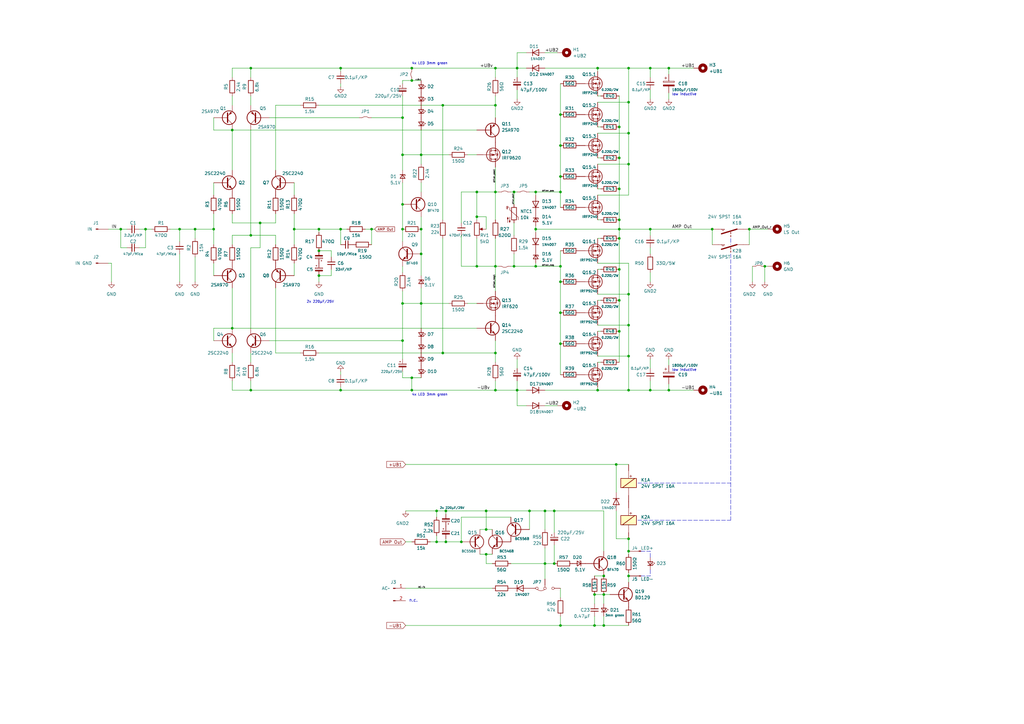
<source format=kicad_sch>
(kicad_sch (version 20211123) (generator eeschema)
  (paper "A3")
  (title_block (title "Thel AccuSound 100 (version 2006-2011)") (rev "1.0") (comment 1 "PCB is not the original -> but like the original = exactly the same component placement") (comment 2 "1 layer PCB / all THT components"))
  (lib_symbols
    (symbol "BC556_1" (pin_numbers hide) (pin_names (offset 0) hide)
      (property "Reference" "Q" (at 5.08 1.905 0))
      (property "Value" "BC556_1" (at 5.08 0 0))
      (symbol "BC556_1_1_1"
        (pin passive line (at 2.54 5.08 270) (length 2.54) (name "C") (number "1"))
        (pin input line (at -5.08 0 0) (length 5.715) (name "B") (number "2"))
        (pin passive line (at 2.54 -5.08 90) (length 2.54) (name "E") (number "3"))
      )
    )
    (symbol "BD139_1" (pin_numbers hide) (pin_names (offset 0) hide)
      (property "Reference" "Q" (at 5.08 1.905 0))
      (property "Value" "BD139_1" (at 5.08 0 0))
      (symbol "BD139_1_1_1"
        (pin passive line (at 2.54 -5.08 90) (length 2.54) (name "E") (number "1"))
        (pin passive line (at 2.54 5.08 270) (length 2.54) (name "C") (number "2"))
        (pin input line (at -5.08 0 0) (length 5.08) (name "B") (number "3"))
      )
    )
    (symbol "BD139_2" (pin_numbers hide) (pin_names (offset 0) hide)
      (property "Reference" "Q" (at 5.08 1.905 0))
      (property "Value" "BD139_2" (at 5.08 0 0))
      (symbol "BD139_2_1_1"
        (pin passive line (at 2.54 -5.08 90) (length 2.54) (name "E") (number "1"))
        (pin passive line (at 2.54 5.08 270) (length 2.54) (name "C") (number "2"))
        (pin input line (at -5.08 0 0) (length 5.08) (name "B") (number "3"))
      )
    )
    (symbol "BD139_3" (pin_numbers hide) (pin_names (offset 0) hide)
      (property "Reference" "Q" (at 5.08 1.905 0))
      (property "Value" "BD139_3" (at 5.08 0 0))
      (symbol "BD139_3_1_1"
        (pin passive line (at 2.54 -5.08 90) (length 2.54) (name "E") (number "1"))
        (pin passive line (at 2.54 5.08 270) (length 2.54) (name "C") (number "2"))
        (pin input line (at -5.08 0 0) (length 5.08) (name "B") (number "3"))
      )
    )
    (symbol "BD139_4" (pin_numbers hide) (pin_names (offset 0) hide)
      (property "Reference" "Q" (at 5.08 1.905 0))
      (property "Value" "BD139_4" (at 5.08 0 0))
      (symbol "BD139_4_1_1"
        (pin passive line (at 2.54 -5.08 90) (length 2.54) (name "E") (number "1"))
        (pin passive line (at 2.54 5.08 270) (length 2.54) (name "C") (number "2"))
        (pin input line (at -5.08 0 0) (length 5.08) (name "B") (number "3"))
      )
    )
    (symbol "BD139_5" (pin_numbers hide) (pin_names (offset 0) hide)
      (property "Reference" "Q" (at 5.08 1.905 0))
      (property "Value" "BD139_5" (at 5.08 0 0))
      (symbol "BD139_5_1_1"
        (pin passive line (at 2.54 -5.08 90) (length 2.54) (name "E") (number "1"))
        (pin passive line (at 2.54 5.08 270) (length 2.54) (name "C") (number "2"))
        (pin input line (at -5.08 0 0) (length 5.08) (name "B") (number "3"))
      )
    )
    (symbol "BD139_6" (pin_numbers hide) (pin_names (offset 0) hide)
      (property "Reference" "Q" (at 5.08 1.905 0))
      (property "Value" "BD139_6" (at 5.08 0 0))
      (symbol "BD139_6_1_1"
        (pin passive line (at 2.54 -5.08 90) (length 2.54) (name "E") (number "1"))
        (pin passive line (at 2.54 5.08 270) (length 2.54) (name "C") (number "2"))
        (pin input line (at -5.08 0 0) (length 5.08) (name "B") (number "3"))
      )
    )
    (symbol "BD140_1" (pin_numbers hide) (pin_names (offset 0) hide)
      (property "Reference" "Q" (at 5.08 1.905 0))
      (property "Value" "BD140_1" (at 5.08 0 0))
      (symbol "BD140_1_1_1"
        (pin passive line (at 2.54 -5.08 90) (length 2.54) (name "E") (number "1"))
        (pin passive line (at 2.54 5.08 270) (length 2.54) (name "C") (number "2"))
        (pin input line (at -5.08 0 0) (length 5.08) (name "B") (number "3"))
      )
    )
    (symbol "BD140_2" (pin_numbers hide) (pin_names (offset 0) hide)
      (property "Reference" "Q" (at 5.08 1.905 0))
      (property "Value" "BD140_2" (at 5.08 0 0))
      (symbol "BD140_2_1_1"
        (pin passive line (at 2.54 -5.08 90) (length 2.54) (name "E") (number "1"))
        (pin passive line (at 2.54 5.08 270) (length 2.54) (name "C") (number "2"))
        (pin input line (at -5.08 0 0) (length 5.08) (name "B") (number "3"))
      )
    )
    (symbol "BD140_3" (pin_numbers hide) (pin_names (offset 0) hide)
      (property "Reference" "Q" (at 5.08 1.905 0))
      (property "Value" "BD140_3" (at 5.08 0 0))
      (symbol "BD140_3_1_1"
        (pin passive line (at 2.54 -5.08 90) (length 2.54) (name "E") (number "1"))
        (pin passive line (at 2.54 5.08 270) (length 2.54) (name "C") (number "2"))
        (pin input line (at -5.08 0 0) (length 5.08) (name "B") (number "3"))
      )
    )
    (symbol "BD140_4" (pin_numbers hide) (pin_names (offset 0) hide)
      (property "Reference" "Q" (at 5.08 1.905 0))
      (property "Value" "BD140_4" (at 5.08 0 0))
      (symbol "BD140_4_1_1"
        (pin passive line (at 2.54 -5.08 90) (length 2.54) (name "E") (number "1"))
        (pin passive line (at 2.54 5.08 270) (length 2.54) (name "C") (number "2"))
        (pin input line (at -5.08 0 0) (length 5.08) (name "B") (number "3"))
      )
    )
    (symbol "BD140_5" (pin_numbers hide) (pin_names (offset 0) hide)
      (property "Reference" "Q" (at 5.08 1.905 0))
      (property "Value" "BD140_5" (at 5.08 0 0))
      (symbol "BD140_5_1_1"
        (pin passive line (at 2.54 -5.08 90) (length 2.54) (name "E") (number "1"))
        (pin passive line (at 2.54 5.08 270) (length 2.54) (name "C") (number "2"))
        (pin input line (at -5.08 0 0) (length 5.08) (name "B") (number "3"))
      )
    )
    (symbol "BD140_6" (pin_numbers hide) (pin_names (offset 0) hide)
      (property "Reference" "Q" (at 5.08 1.905 0))
      (property "Value" "BD140_6" (at 5.08 0 0))
      (symbol "BD140_6_1_1"
        (pin passive line (at 2.54 -5.08 90) (length 2.54) (name "E") (number "1"))
        (pin passive line (at 2.54 5.08 270) (length 2.54) (name "C") (number "2"))
        (pin input line (at -5.08 0 0) (length 5.08) (name "B") (number "3"))
      )
    )
    (symbol "BD140_7" (pin_numbers hide) (pin_names (offset 0) hide)
      (property "Reference" "Q" (at 5.08 1.905 0))
      (property "Value" "BD140_7" (at 5.08 0 0))
      (symbol "BD140_7_1_1"
        (pin passive line (at 2.54 -5.08 90) (length 2.54) (name "E") (number "1"))
        (pin passive line (at 2.54 5.08 270) (length 2.54) (name "C") (number "2"))
        (pin input line (at -5.08 0 0) (length 5.08) (name "B") (number "3"))
      )
    )
    (symbol "Conn_01x01_Male_1" (pin_numbers hide) (pin_names (offset 1.016) hide)
      (property "Reference" "J" (at 0 2.54 0))
      (property "Value" "Conn_01x01_Male_1" (at 0 -2.54 0))
      (symbol "Conn_01x01_Male_1_1_1"
        (pin passive line (at 5.08 0 180) (length 3.81) (name "Pin_1") (number "1"))
      )
    )
    (symbol "Conn_01x01_Male_2" (pin_numbers hide) (pin_names (offset 1.016) hide)
      (property "Reference" "J" (at 0 2.54 0))
      (property "Value" "Conn_01x01_Male_2" (at 0 -2.54 0))
      (symbol "Conn_01x01_Male_2_1_1"
        (pin passive line (at 5.08 0 180) (length 3.81) (name "Pin_1") (number "1"))
      )
    )
    (symbol "Conn_01x01_Male_3" (pin_numbers hide) (pin_names (offset 1.016) hide)
      (property "Reference" "J" (at 0 2.54 0))
      (property "Value" "Conn_01x01_Male_3" (at 0 -2.54 0))
      (symbol "Conn_01x01_Male_3_1_1"
        (pin passive line (at 5.08 0 180) (length 3.81) (name "Pin_1") (number "1"))
      )
    )
    (symbol "Conn_01x01_Male_4" (pin_numbers hide) (pin_names (offset 1.016) hide)
      (property "Reference" "J" (at 0 2.54 0))
      (property "Value" "Conn_01x01_Male_4" (at 0 -2.54 0))
      (symbol "Conn_01x01_Male_4_1_1"
        (pin passive line (at 5.08 0 180) (length 3.81) (name "Pin_1") (number "1"))
      )
    )
    (symbol "Device:C_Polarized" (pin_numbers hide) (pin_names (offset 0.254))
      (property "Reference" "C" (at 0.635 2.54 0))
      (property "Value" "C_Polarized" (at 0.635 -2.54 0))
      (symbol "C_Polarized_1_1"
        (pin passive line (at 0 3.81 270) (length 2.794) (name "~") (number "1"))
        (pin passive line (at 0 -3.81 90) (length 2.794) (name "~") (number "2"))
      )
    )
    (symbol "Device:C_Polarized_Small" (pin_numbers hide) (pin_names (offset 0.254) hide)
      (property "Reference" "C" (at 0.254 1.778 0))
      (property "Value" "C_Polarized_Small" (at 0.254 -2.032 0))
      (symbol "C_Polarized_Small_1_1"
        (pin passive line (at 0 2.54 270) (length 1.8542) (name "~") (number "1"))
        (pin passive line (at 0 -2.54 90) (length 1.8542) (name "~") (number "2"))
      )
    )
    (symbol "Device:C_Small" (pin_numbers hide) (pin_names (offset 0.254) hide)
      (property "Reference" "C" (at 0.254 1.778 0))
      (property "Value" "C_Small" (at 0.254 -2.032 0))
      (symbol "C_Small_1_1"
        (pin passive line (at 0 2.54 270) (length 2.032) (name "~") (number "1"))
        (pin passive line (at 0 -2.54 90) (length 2.032) (name "~") (number "2"))
      )
    )
    (symbol "Device:D_Zener_Small" (pin_numbers hide) (pin_names (offset 0.254) hide)
      (property "Reference" "D" (at 0 2.286 0))
      (property "Value" "D_Zener_Small" (at 0 -2.286 0))
      (symbol "D_Zener_Small_1_1"
        (pin passive line (at -2.54 0 0) (length 1.778) (name "K") (number "1"))
        (pin passive line (at 2.54 0 180) (length 1.778) (name "A") (number "2"))
      )
    )
    (symbol "Device:LED_Small" (pin_numbers hide) (pin_names (offset 0.254) hide)
      (property "Reference" "D" (at -1.27 3.175 0))
      (property "Value" "LED_Small" (at -4.445 -2.54 0))
      (symbol "LED_Small_1_1"
        (pin passive line (at -2.54 0 0) (length 1.778) (name "K") (number "1"))
        (pin passive line (at 2.54 0 180) (length 1.778) (name "A") (number "2"))
      )
    )
    (symbol "Device:R" (pin_numbers hide) (pin_names (offset 0))
      (property "Reference" "R" (at 2.032 0 90))
      (property "Value" "R" (at 0 0 90))
      (symbol "R_1_1"
        (pin passive line (at 0 3.81 270) (length 1.27) (name "~") (number "1"))
        (pin passive line (at 0 -3.81 90) (length 1.27) (name "~") (number "2"))
      )
    )
    (symbol "Device:R_Potentiometer" (pin_numbers hide) (pin_names (offset 1.016) hide)
      (property "Reference" "RV" (at -4.445 0 90))
      (property "Value" "R_Potentiometer" (at -2.54 0 90))
      (symbol "R_Potentiometer_1_1"
        (pin passive line (at 0 3.81 270) (length 1.27) (name "1") (number "1"))
        (pin passive line (at 3.81 0 180) (length 1.27) (name "2") (number "2"))
        (pin passive line (at 0 -3.81 90) (length 1.27) (name "3") (number "3"))
      )
    )
    (symbol "Device:Thermistor_NTC" (pin_numbers hide) (pin_names (offset 0))
      (property "Reference" "TH" (at -4.445 0 90))
      (property "Value" "Thermistor_NTC" (at 3.175 0 90))
      (symbol "Thermistor_NTC_1_1"
        (pin passive line (at 0 3.81 270) (length 1.27) (name "~") (number "1"))
        (pin passive line (at 0 -3.81 90) (length 1.27) (name "~") (number "2"))
      )
    )
    (symbol "Diode:1N4148" (pin_numbers hide) (pin_names (offset 1.016) hide)
      (property "Reference" "D" (at 0 2.54 0))
      (property "Value" "1N4148" (at 0 -2.54 0))
      (symbol "1N4148_1_1"
        (pin passive line (at -3.81 0 0) (length 2.54) (name "K") (number "1"))
        (pin passive line (at 3.81 0 180) (length 2.54) (name "A") (number "2"))
      )
    )
    (symbol "IRF4905_1" (pin_numbers hide) (pin_names hide)
      (property "Reference" "Q" (at 5.08 1.905 0))
      (property "Value" "IRF4905_1" (at 5.08 0 0))
      (symbol "IRF4905_1_1_1"
        (pin input line (at -5.08 0 0) (length 2.54) (name "G") (number "1"))
        (pin passive line (at 2.54 5.08 270) (length 2.54) (name "D") (number "2"))
        (pin passive line (at 2.54 -5.08 90) (length 2.54) (name "S") (number "3"))
      )
    )
    (symbol "IRF4905_2" (pin_numbers hide) (pin_names hide)
      (property "Reference" "Q" (at 5.08 1.905 0))
      (property "Value" "IRF4905_2" (at 5.08 0 0))
      (symbol "IRF4905_2_1_1"
        (pin input line (at -5.08 0 0) (length 2.54) (name "G") (number "1"))
        (pin passive line (at 2.54 5.08 270) (length 2.54) (name "D") (number "2"))
        (pin passive line (at 2.54 -5.08 90) (length 2.54) (name "S") (number "3"))
      )
    )
    (symbol "IRF4905_3" (pin_numbers hide) (pin_names hide)
      (property "Reference" "Q" (at 5.08 1.905 0))
      (property "Value" "IRF4905_3" (at 5.08 0 0))
      (symbol "IRF4905_3_1_1"
        (pin input line (at -5.08 0 0) (length 2.54) (name "G") (number "1"))
        (pin passive line (at 2.54 5.08 270) (length 2.54) (name "D") (number "2"))
        (pin passive line (at 2.54 -5.08 90) (length 2.54) (name "S") (number "3"))
      )
    )
    (symbol "IRF4905_4" (pin_numbers hide) (pin_names hide)
      (property "Reference" "Q" (at 5.08 1.905 0))
      (property "Value" "IRF4905_4" (at 5.08 0 0))
      (symbol "IRF4905_4_1_1"
        (pin input line (at -5.08 0 0) (length 2.54) (name "G") (number "1"))
        (pin passive line (at 2.54 5.08 270) (length 2.54) (name "D") (number "2"))
        (pin passive line (at 2.54 -5.08 90) (length 2.54) (name "S") (number "3"))
      )
    )
    (symbol "IRF4905_5" (pin_numbers hide) (pin_names hide)
      (property "Reference" "Q" (at 5.08 1.905 0))
      (property "Value" "IRF4905_5" (at 5.08 0 0))
      (symbol "IRF4905_5_1_1"
        (pin input line (at -5.08 0 0) (length 2.54) (name "G") (number "1"))
        (pin passive line (at 2.54 5.08 270) (length 2.54) (name "D") (number "2"))
        (pin passive line (at 2.54 -5.08 90) (length 2.54) (name "S") (number "3"))
      )
    )
    (symbol "IRF540N_1" (pin_numbers hide) (pin_names hide)
      (property "Reference" "Q" (at 6.35 1.905 0))
      (property "Value" "IRF540N_1" (at 6.35 0 0))
      (symbol "IRF540N_1_1_1"
        (pin input line (at -5.08 0 0) (length 2.54) (name "G") (number "1"))
        (pin passive line (at 2.54 5.08 270) (length 2.54) (name "D") (number "2"))
        (pin passive line (at 2.54 -5.08 90) (length 2.54) (name "S") (number "3"))
      )
    )
    (symbol "IRF540N_2" (pin_numbers hide) (pin_names hide)
      (property "Reference" "Q" (at 6.35 1.905 0))
      (property "Value" "IRF540N_2" (at 6.35 0 0))
      (symbol "IRF540N_2_1_1"
        (pin input line (at -5.08 0 0) (length 2.54) (name "G") (number "1"))
        (pin passive line (at 2.54 5.08 270) (length 2.54) (name "D") (number "2"))
        (pin passive line (at 2.54 -5.08 90) (length 2.54) (name "S") (number "3"))
      )
    )
    (symbol "IRF540N_3" (pin_numbers hide) (pin_names hide)
      (property "Reference" "Q" (at 6.35 1.905 0))
      (property "Value" "IRF540N_3" (at 6.35 0 0))
      (symbol "IRF540N_3_1_1"
        (pin input line (at -5.08 0 0) (length 2.54) (name "G") (number "1"))
        (pin passive line (at 2.54 5.08 270) (length 2.54) (name "D") (number "2"))
        (pin passive line (at 2.54 -5.08 90) (length 2.54) (name "S") (number "3"))
      )
    )
    (symbol "IRF540N_4" (pin_numbers hide) (pin_names hide)
      (property "Reference" "Q" (at 6.35 1.905 0))
      (property "Value" "IRF540N_4" (at 6.35 0 0))
      (symbol "IRF540N_4_1_1"
        (pin input line (at -5.08 0 0) (length 2.54) (name "G") (number "1"))
        (pin passive line (at 2.54 5.08 270) (length 2.54) (name "D") (number "2"))
        (pin passive line (at 2.54 -5.08 90) (length 2.54) (name "S") (number "3"))
      )
    )
    (symbol "IRF540N_5" (pin_numbers hide) (pin_names hide)
      (property "Reference" "Q" (at 6.35 1.905 0))
      (property "Value" "IRF540N_5" (at 6.35 0 0))
      (symbol "IRF540N_5_1_1"
        (pin input line (at -5.08 0 0) (length 2.54) (name "G") (number "1"))
        (pin passive line (at 2.54 5.08 270) (length 2.54) (name "D") (number "2"))
        (pin passive line (at 2.54 -5.08 90) (length 2.54) (name "S") (number "3"))
      )
    )
    (symbol "Jumper:Jumper_3_Bridged12" (pin_numbers hide) (pin_names (offset 0) hide)
      (property "Reference" "JP" (at -2.54 -2.54 0))
      (property "Value" "Jumper_3_Bridged12" (at 0 2.794 0))
      (symbol "Jumper_3_Bridged12_1_1"
        (pin passive line (at -6.35 0 0) (length 2.54) (name "A") (number "1"))
        (pin input line (at 0 -3.81 90) (length 2.54) (name "C") (number "2"))
        (pin passive line (at 6.35 0 180) (length 2.54) (name "B") (number "3"))
      )
    )
    (symbol "Jumper_2_Bridged_1" (pin_numbers hide) (pin_names (offset 0) hide)
      (property "Reference" "JP" (at 0 1.905 0))
      (property "Value" "Jumper_2_Bridged_1" (at 0 -2.54 0))
      (symbol "Jumper_2_Bridged_1_1_1"
        (pin passive line (at -2.54 0 0) (length 1.27) (name "A") (number "1"))
        (pin passive line (at 2.54 0 180) (length 1.27) (name "B") (number "2"))
      )
    )
    (symbol "Jumper_2_Bridged_2" (pin_numbers hide) (pin_names (offset 0) hide)
      (property "Reference" "JP" (at 0 1.905 0))
      (property "Value" "Jumper_2_Bridged_2" (at 0 -2.54 0))
      (symbol "Jumper_2_Bridged_2_1_1"
        (pin passive line (at -2.54 0 0) (length 1.27) (name "A") (number "1"))
        (pin passive line (at 2.54 0 180) (length 1.27) (name "B") (number "2"))
      )
    )
    (symbol "Jumper_2_Bridged_3" (pin_numbers hide) (pin_names (offset 0) hide)
      (property "Reference" "JP" (at 0 1.905 0))
      (property "Value" "Jumper_2_Bridged_3" (at 0 -2.54 0))
      (symbol "Jumper_2_Bridged_3_1_1"
        (pin passive line (at -2.54 0 0) (length 1.27) (name "A") (number "1"))
        (pin passive line (at 2.54 0 180) (length 1.27) (name "B") (number "2"))
      )
    )
    (symbol "Jumper_2_Bridged_4" (pin_numbers hide) (pin_names (offset 0) hide)
      (property "Reference" "JP" (at 0 1.905 0))
      (property "Value" "Jumper_2_Bridged_4" (at 0 -2.54 0))
      (symbol "Jumper_2_Bridged_4_1_1"
        (pin passive line (at -2.54 0 0) (length 1.27) (name "A") (number "1"))
        (pin passive line (at 2.54 0 180) (length 1.27) (name "B") (number "2"))
      )
    )
    (symbol "Jumper_2_Bridged_5" (pin_numbers hide) (pin_names (offset 0) hide)
      (property "Reference" "JP" (at 0 1.905 0))
      (property "Value" "Jumper_2_Bridged_5" (at 0 -2.54 0))
      (symbol "Jumper_2_Bridged_5_1_1"
        (pin passive line (at -2.54 0 0) (length 1.27) (name "A") (number "1"))
        (pin passive line (at 2.54 0 180) (length 1.27) (name "B") (number "2"))
      )
    )
    (symbol "Mechanical:MountingHole_Pad" (pin_numbers hide) (pin_names (offset 1.016) hide)
      (property "Reference" "H" (at 0 6.35 0))
      (property "Value" "MountingHole_Pad" (at 0 4.445 0))
      (symbol "MountingHole_Pad_1_1"
        (pin input line (at 0 -2.54 90) (length 2.54) (name "1") (number "1"))
      )
    )
    (symbol "Relay_Schrack_1P_1" (pin_numbers hide) (pin_names hide)
      (property "Reference" "K" (at 5.08 2.54 0))
      (property "Value" "Relay_Schrack_1P_1" (at 5.08 0 0))
      (symbol "Relay_Schrack_1P_1_1_0"
        (text "+" (at 0.889 2.921 0) (effects (font (size 1.27 1.27))))
      )
      (symbol "Relay_Schrack_1P_1_1_1"
        (pin passive line (at 0 7.62 270) (length 2.54) (name "~") (number "A1"))
        (pin passive line (at 0 -7.62 90) (length 2.54) (name "~") (number "A2"))
      )
      (symbol "Relay_Schrack_1P_1_2_1"
        (pin passive line (at 0 -7.62 90) (length 2.54) (name "~") (number "11"))
        (pin passive line (at 0 7.62 270) (length 2.54) (name "~") (number "14"))
      )
    )
    (symbol "Relay_Schrack_1P_2" (pin_numbers hide) (pin_names hide)
      (property "Reference" "K" (at 5.08 2.54 0))
      (property "Value" "Relay_Schrack_1P_2" (at 5.08 0 0))
      (symbol "Relay_Schrack_1P_2_1_0"
        (text "+" (at 0.889 2.921 0) (effects (font (size 1.27 1.27))))
      )
      (symbol "Relay_Schrack_1P_2_1_1"
        (pin passive line (at 0 7.62 270) (length 2.54) (name "~") (number "A1"))
        (pin passive line (at 0 -7.62 90) (length 2.54) (name "~") (number "A2"))
      )
      (symbol "Relay_Schrack_1P_2_2_1"
        (pin passive line (at 0 -7.62 90) (length 2.54) (name "~") (number "11"))
        (pin passive line (at 0 7.62 270) (length 2.54) (name "~") (number "14"))
      )
    )
    (symbol "Relay_Schrack_1P_3" (pin_numbers hide) (pin_names hide)
      (property "Reference" "K" (at 5.08 2.54 0))
      (property "Value" "Relay_Schrack_1P_3" (at 5.08 0 0))
      (symbol "Relay_Schrack_1P_3_1_0"
        (text "+" (at 0.889 2.921 0) (effects (font (size 1.27 1.27))))
      )
      (symbol "Relay_Schrack_1P_3_1_1"
        (pin passive line (at 0 7.62 270) (length 2.54) (name "~") (number "A1"))
        (pin passive line (at 0 -7.62 90) (length 2.54) (name "~") (number "A2"))
      )
      (symbol "Relay_Schrack_1P_3_2_1"
        (pin passive line (at 0 -7.62 90) (length 2.54) (name "~") (number "11"))
        (pin passive line (at 0 7.62 270) (length 2.54) (name "~") (number "14"))
      )
    )
    (symbol "Transistor_BJT:BC546" (pin_numbers hide) (pin_names (offset 0) hide)
      (property "Reference" "Q" (at 5.08 1.905 0))
      (property "Value" "BC546" (at 5.08 0 0))
      (symbol "BC546_1_1"
        (pin passive line (at 2.54 5.08 270) (length 2.54) (name "C") (number "1"))
        (pin input line (at -5.08 0 0) (length 5.08) (name "B") (number "2"))
        (pin passive line (at 2.54 -5.08 90) (length 2.54) (name "E") (number "3"))
      )
    )
    (symbol "Transistor_BJT:BC556" (pin_numbers hide) (pin_names (offset 0) hide)
      (property "Reference" "Q" (at 5.08 1.905 0))
      (property "Value" "BC556" (at 5.08 0 0))
      (symbol "BC556_1_1"
        (pin passive line (at 2.54 5.08 270) (length 2.54) (name "C") (number "1"))
        (pin input line (at -5.08 0 0) (length 5.715) (name "B") (number "2"))
        (pin passive line (at 2.54 -5.08 90) (length 2.54) (name "E") (number "3"))
      )
    )
    (symbol "Transistor_BJT:BD139" (pin_numbers hide) (pin_names (offset 0) hide)
      (property "Reference" "Q" (at 5.08 1.905 0))
      (property "Value" "BD139" (at 5.08 0 0))
      (symbol "BD139_1_1"
        (pin passive line (at 2.54 -5.08 90) (length 2.54) (name "E") (number "1"))
        (pin passive line (at 2.54 5.08 270) (length 2.54) (name "C") (number "2"))
        (pin input line (at -5.08 0 0) (length 5.08) (name "B") (number "3"))
      )
    )
    (symbol "Transistor_FET:IRF4905" (pin_numbers hide) (pin_names hide)
      (property "Reference" "Q" (at 5.08 1.905 0))
      (property "Value" "IRF4905" (at 5.08 0 0))
      (symbol "IRF4905_1_1"
        (pin input line (at -5.08 0 0) (length 2.54) (name "G") (number "1"))
        (pin passive line (at 2.54 5.08 270) (length 2.54) (name "D") (number "2"))
        (pin passive line (at 2.54 -5.08 90) (length 2.54) (name "S") (number "3"))
      )
    )
    (symbol "Transistor_FET:IRF540N" (pin_numbers hide) (pin_names hide)
      (property "Reference" "Q" (at 6.35 1.905 0))
      (property "Value" "IRF540N" (at 6.35 0 0))
      (symbol "IRF540N_1_1"
        (pin input line (at -5.08 0 0) (length 2.54) (name "G") (number "1"))
        (pin passive line (at 2.54 5.08 270) (length 2.54) (name "D") (number "2"))
        (pin passive line (at 2.54 -5.08 90) (length 2.54) (name "S") (number "3"))
      )
    )
    (symbol "analoghifi:Conn_01x02_v1" (pin_names (offset 1.016) hide)
      (property "Reference" "J" (at 0 -1.27 0))
      (property "Value" "Conn_01x02_v1" (at 0 -7.62 0))
      (symbol "Conn_01x02_v1_1_1"
        (pin passive line (at 5.08 0 180) (length 3.81) (name "Pin_1") (number "1"))
        (pin passive line (at 5.08 -5.08 180) (length 3.81) (name "Pin_2") (number "2"))
      )
    )
    (symbol "analoghifi:Jumper_2_Bridged" (pin_numbers hide) (pin_names (offset 0) hide)
      (property "Reference" "JP" (at 0 1.905 0))
      (property "Value" "Jumper_2_Bridged" (at 0 -2.54 0))
      (symbol "Jumper_2_Bridged_1_1"
        (pin passive line (at -2.54 0 0) (length 1.27) (name "A") (number "1"))
        (pin passive line (at 2.54 0 180) (length 1.27) (name "B") (number "2"))
      )
    )
    (symbol "analoghifi:Relay_Schrack_1P" (pin_numbers hide) (pin_names hide)
      (property "Reference" "K" (at 5.08 2.54 0))
      (property "Value" "Relay_Schrack_1P" (at 5.08 0 0))
      (symbol "Relay_Schrack_1P_1_0"
        (text "+" (at 0.889 2.921 0) (effects (font (size 1.27 1.27))))
      )
      (symbol "Relay_Schrack_1P_1_1"
        (pin passive line (at 0 7.62 270) (length 2.54) (name "~") (number "A1"))
        (pin passive line (at 0 -7.62 90) (length 2.54) (name "~") (number "A2"))
      )
      (symbol "Relay_Schrack_1P_2_1"
        (pin passive line (at 0 -7.62 90) (length 2.54) (name "~") (number "11"))
        (pin passive line (at 0 7.62 270) (length 2.54) (name "~") (number "14"))
      )
    )
    (symbol "power:GND" (power) (pin_names (offset 0))
      (property "Value" "GND" (at 0 -3.81 0))
      (symbol "GND_1_1"
        (pin power_in line (at 0 0 270) (length 0) hide (name "GND") (number "1"))
      )
    )
    (symbol "power:GND2" (power) (pin_names (offset 0))
      (property "Value" "GND2" (at 0 -3.81 0))
      (symbol "GND2_1_1"
        (pin power_in line (at 0 0 270) (length 0) hide (name "GND2") (number "1"))
      )
    )
  )
  (junction (at 223.52 231.14))
  (junction (at 210.82 78.74))
  (junction (at 199.39 227.33))
  (junction (at 172.72 63.5))
  (junction (at 292.1 93.98))
  (junction (at 257.81 54.61))
  (junction (at 102.87 96.52))
  (junction (at 172.72 124.46))
  (junction (at 274.32 160.02))
  (junction (at 195.58 88.9))
  (junction (at 189.23 222.25))
  (junction (at 266.7 160.02))
  (junction (at 254 90.17))
  (junction (at 254 64.77))
  (junction (at 254 135.89))
  (junction (at 165.1 63.5))
  (junction (at 229.87 140.97))
  (junction (at 165.1 48.26))
  (junction (at 181.61 43.18))
  (junction (at 245.11 160.02))
  (junction (at 195.58 109.22))
  (junction (at 73.66 93.98))
  (junction (at 49.53 93.98))
  (junction (at 257.81 236.22))
  (junction (at 181.61 144.78))
  (junction (at 102.87 27.94))
  (junction (at 254 52.07))
  (junction (at 243.84 256.54))
  (junction (at 257.81 226.06))
  (junction (at 245.11 27.94))
  (junction (at 266.7 93.98))
  (junction (at 95.25 134.62))
  (junction (at 257.81 220.98))
  (junction (at 313.69 109.22))
  (junction (at 130.81 93.98))
  (junction (at 257.81 67.31))
  (junction (at 139.7 160.02))
  (junction (at 227.33 209.55))
  (junction (at 199.39 217.17))
  (junction (at 229.87 72.39))
  (junction (at 217.17 209.55))
  (junction (at 165.1 93.98))
  (junction (at 307.34 93.98))
  (junction (at 229.87 46.99))
  (junction (at 168.91 160.02))
  (junction (at 168.91 154.94))
  (junction (at 229.87 256.54))
  (junction (at 172.72 104.14))
  (junction (at 172.72 93.98))
  (junction (at 182.88 209.55))
  (junction (at 257.81 146.05))
  (junction (at 229.87 115.57))
  (junction (at 130.81 102.87))
  (junction (at 210.82 109.22))
  (junction (at 257.81 120.65))
  (junction (at 229.87 59.69))
  (junction (at 120.65 93.98))
  (junction (at 95.25 53.34))
  (junction (at 219.71 78.74))
  (junction (at 130.81 113.03))
  (junction (at 229.87 109.22))
  (junction (at 227.33 231.14))
  (junction (at 257.81 133.35))
  (junction (at 254 77.47))
  (junction (at 182.88 222.25))
  (junction (at 199.39 209.55))
  (junction (at 223.52 209.55))
  (junction (at 254 110.49))
  (junction (at 168.91 27.94))
  (junction (at 254 97.79))
  (junction (at 168.91 33.02))
  (junction (at 257.81 27.94))
  (junction (at 152.4 93.98))
  (junction (at 274.32 27.94))
  (junction (at 165.1 139.7))
  (junction (at 59.69 93.98))
  (junction (at 254 93.98))
  (junction (at 203.2 109.22))
  (junction (at 243.84 243.84))
  (junction (at 229.87 128.27))
  (junction (at 212.09 160.02))
  (junction (at 165.1 83.82))
  (junction (at 87.63 93.98))
  (junction (at 195.58 78.74))
  (junction (at 219.71 109.22))
  (junction (at 212.09 27.94))
  (junction (at 203.2 160.02))
  (junction (at 254 123.19))
  (junction (at 257.81 41.91))
  (junction (at 106.68 91.44))
  (junction (at 102.87 160.02))
  (junction (at 165.1 124.46))
  (junction (at 247.65 243.84))
  (junction (at 179.07 209.55))
  (junction (at 252.73 190.5))
  (junction (at 139.7 27.94))
  (junction (at 203.2 78.74))
  (junction (at 139.7 93.98))
  (junction (at 247.65 256.54))
  (junction (at 203.2 43.18))
  (junction (at 266.7 27.94))
  (junction (at 257.81 160.02))
  (junction (at 179.07 222.25))
  (junction (at 219.71 93.98))
  (junction (at 80.01 93.98))
  (junction (at 247.65 236.22))
  (junction (at 203.2 27.94))
  (junction (at 229.87 78.74))
  (junction (at 203.2 144.78))
  (wire (pts (xy 245.11 135.89) (xy 246.38 135.89)))
  (wire (pts (xy 102.87 96.52) (xy 113.03 96.52)))
  (wire (pts (xy 229.87 115.57) (xy 229.87 128.27)))
  (wire (pts (xy 49.53 101.6) (xy 49.53 93.98)))
  (wire (pts (xy 257.81 67.31) (xy 245.11 67.31)))
  (wire (pts (xy 292.1 93.98) (xy 292.1 100.33)))
  (wire (pts (xy 203.2 27.94) (xy 212.09 27.94)))
  (wire (pts (xy 165.1 154.94) (xy 165.1 152.4)))
  (wire (pts (xy 223.52 21.59) (xy 228.6 21.59)))
  (wire (pts (xy 308.61 109.22) (xy 308.61 115.57)))
  (wire (pts (xy 165.1 93.98) (xy 165.1 99.06)))
  (wire (pts (xy 87.63 87.63) (xy 87.63 93.98)))
  (wire (pts (xy 223.52 209.55) (xy 227.33 209.55)))
  (wire (pts (xy 113.03 118.11) (xy 113.03 144.78)))
  (wire (pts (xy 165.1 48.26) (xy 165.1 63.5)))
  (wire (pts (xy 182.88 222.25) (xy 189.23 222.25)))
  (wire (pts (xy 168.91 160.02) (xy 203.2 160.02)))
  (wire (pts (xy 257.81 133.35) (xy 257.81 120.65)))
  (wire (pts (xy 113.03 96.52) (xy 113.03 100.33)))
  (wire (pts (xy 274.32 27.94) (xy 284.48 27.94)))
  (wire (pts (xy 219.71 92.71) (xy 219.71 93.98)))
  (wire (pts (xy 195.58 78.74) (xy 189.23 78.74)))
  (wire (pts (xy 152.4 93.98) (xy 152.4 100.33)))
  (wire (pts (xy 120.65 107.95) (xy 120.65 113.03)))
  (wire (pts (xy 120.65 93.98) (xy 120.65 100.33)))
  (wire (pts (xy 113.03 87.63) (xy 113.03 91.44)))
  (wire (pts (xy 95.25 134.62) (xy 195.58 134.62)))
  (wire (pts (xy 212.09 27.94) (xy 212.09 31.75)))
  (wire (pts (xy 199.39 227.33) (xy 201.93 227.33)))
  (wire (pts (xy 130.81 93.98) (xy 139.7 93.98)))
  (wire (pts (xy 52.07 101.6) (xy 49.53 101.6)))
  (wire (pts (xy 203.2 97.79) (xy 203.2 109.22)))
  (wire (pts (xy 257.81 234.95) (xy 257.81 236.22)))
  (wire (pts (xy 113.03 144.78) (xy 123.19 144.78)))
  (wire (pts (xy 229.87 256.54) (xy 229.87 252.73)))
  (wire (pts (xy 166.37 256.54) (xy 229.87 256.54)))
  (polyline (pts (xy 266.7 228.6) (xy 266.7 226.06)))
  (wire (pts (xy 87.63 139.7) (xy 87.63 134.62)))
  (wire (pts (xy 49.53 93.98) (xy 52.07 93.98)))
  (wire (pts (xy 166.37 209.55) (xy 179.07 209.55)))
  (wire (pts (xy 80.01 93.98) (xy 87.63 93.98)))
  (wire (pts (xy 229.87 102.87) (xy 229.87 109.22)))
  (wire (pts (xy 102.87 134.62) (xy 102.87 101.6)))
  (wire (pts (xy 196.85 217.17) (xy 199.39 217.17)))
  (wire (pts (xy 102.87 156.21) (xy 102.87 160.02)))
  (wire (pts (xy 257.81 80.01) (xy 245.11 80.01)))
  (wire (pts (xy 139.7 35.56) (xy 139.7 34.29)))
  (wire (pts (xy 199.39 209.55) (xy 199.39 217.17)))
  (wire (pts (xy 257.81 120.65) (xy 257.81 107.95)))
  (wire (pts (xy 203.2 160.02) (xy 212.09 160.02)))
  (wire (pts (xy 229.87 140.97) (xy 229.87 153.67)))
  (wire (pts (xy 172.72 53.34) (xy 172.72 63.5)))
  (wire (pts (xy 87.63 134.62) (xy 95.25 134.62)))
  (wire (pts (xy 199.39 88.9) (xy 199.39 93.98)))
  (wire (pts (xy 546.1 138.43) (xy 546.1 144.78)))
  (wire (pts (xy 217.17 78.74) (xy 219.71 78.74)))
  (wire (pts (xy 212.09 166.37) (xy 212.09 160.02)))
  (wire (pts (xy 274.32 157.48) (xy 274.32 160.02)))
  (wire (pts (xy 181.61 144.78) (xy 203.2 144.78)))
  (wire (pts (xy 266.7 93.98) (xy 292.1 93.98)))
  (wire (pts (xy 203.2 109.22) (xy 204.47 109.22)))
  (wire (pts (xy 257.81 133.35) (xy 245.11 133.35)))
  (wire (pts (xy 95.25 118.11) (xy 95.25 134.62)))
  (wire (pts (xy 274.32 27.94) (xy 274.32 30.48)))
  (wire (pts (xy 102.87 27.94) (xy 139.7 27.94)))
  (polyline (pts (xy 261.62 213.36) (xy 299.72 213.36)))
  (wire (pts (xy 172.72 124.46) (xy 172.72 134.62)))
  (wire (pts (xy 135.89 110.49) (xy 135.89 113.03)))
  (polyline (pts (xy 299.72 104.14) (xy 299.72 198.12)))
  (wire (pts (xy 102.87 101.6) (xy 106.68 101.6)))
  (wire (pts (xy 165.1 74.93) (xy 165.1 83.82)))
  (wire (pts (xy 203.2 68.58) (xy 203.2 78.74)))
  (wire (pts (xy 152.4 48.26) (xy 165.1 48.26)))
  (polyline (pts (xy 262.89 226.06) (xy 266.7 226.06)))
  (wire (pts (xy 252.73 209.55) (xy 252.73 220.98)))
  (wire (pts (xy 307.34 93.98) (xy 314.96 93.98)))
  (wire (pts (xy 87.63 48.26) (xy 87.63 53.34)))
  (wire (pts (xy 172.72 104.14) (xy 172.72 113.03)))
  (wire (pts (xy 106.68 101.6) (xy 106.68 91.44)))
  (wire (pts (xy 120.65 93.98) (xy 130.81 93.98)))
  (wire (pts (xy 182.88 209.55) (xy 199.39 209.55)))
  (wire (pts (xy 95.25 96.52) (xy 102.87 96.52)))
  (wire (pts (xy 254 77.47) (xy 254 90.17)))
  (wire (pts (xy 254 39.37) (xy 254 52.07)))
  (wire (pts (xy 254 135.89) (xy 254 148.59)))
  (wire (pts (xy 87.63 53.34) (xy 95.25 53.34)))
  (wire (pts (xy 179.07 209.55) (xy 182.88 209.55)))
  (wire (pts (xy 165.1 83.82) (xy 165.1 93.98)))
  (wire (pts (xy 209.55 78.74) (xy 210.82 78.74)))
  (wire (pts (xy 87.63 93.98) (xy 87.63 100.33)))
  (wire (pts (xy 254 52.07) (xy 254 64.77)))
  (wire (pts (xy 172.72 124.46) (xy 184.15 124.46)))
  (wire (pts (xy 57.15 93.98) (xy 59.69 93.98)))
  (wire (pts (xy 219.71 78.74) (xy 219.71 80.01)))
  (wire (pts (xy 106.68 91.44) (xy 113.03 91.44)))
  (wire (pts (xy 223.52 160.02) (xy 245.11 160.02)))
  (wire (pts (xy 314.96 109.22) (xy 313.69 109.22)))
  (wire (pts (xy 203.2 78.74) (xy 203.2 90.17)))
  (wire (pts (xy 172.72 154.94) (xy 168.91 154.94)))
  (wire (pts (xy 189.23 96.52) (xy 189.23 109.22)))
  (wire (pts (xy 257.81 107.95) (xy 245.11 107.95)))
  (wire (pts (xy 130.81 102.87) (xy 135.89 102.87)))
  (wire (pts (xy 210.82 104.14) (xy 210.82 109.22)))
  (wire (pts (xy 196.85 227.33) (xy 199.39 227.33)))
  (wire (pts (xy 266.7 111.76) (xy 266.7 115.57)))
  (wire (pts (xy 87.63 74.93) (xy 87.63 80.01)))
  (wire (pts (xy 195.58 97.79) (xy 195.58 109.22)))
  (wire (pts (xy 245.11 123.19) (xy 246.38 123.19)))
  (wire (pts (xy 165.1 33.02) (xy 165.1 34.29)))
  (wire (pts (xy 245.11 110.49) (xy 246.38 110.49)))
  (wire (pts (xy 110.49 139.7) (xy 165.1 139.7)))
  (wire (pts (xy 80.01 97.79) (xy 80.01 93.98)))
  (wire (pts (xy 172.72 63.5) (xy 184.15 63.5)))
  (wire (pts (xy 172.72 93.98) (xy 172.72 104.14)))
  (wire (pts (xy 217.17 209.55) (xy 217.17 217.17)))
  (wire (pts (xy 257.81 160.02) (xy 245.11 160.02)))
  (wire (pts (xy 165.1 119.38) (xy 165.1 124.46)))
  (wire (pts (xy 245.11 27.94) (xy 245.11 29.21)))
  (wire (pts (xy 73.66 104.14) (xy 73.66 115.57)))
  (wire (pts (xy 223.52 231.14) (xy 227.33 231.14)))
  (wire (pts (xy 113.03 43.18) (xy 123.19 43.18)))
  (wire (pts (xy 44.45 93.98) (xy 49.53 93.98)))
  (wire (pts (xy 168.91 154.94) (xy 165.1 154.94)))
  (wire (pts (xy 195.58 88.9) (xy 195.58 90.17)))
  (wire (pts (xy 203.2 43.18) (xy 203.2 48.26)))
  (wire (pts (xy 257.81 256.54) (xy 247.65 256.54)))
  (wire (pts (xy 120.65 74.93) (xy 120.65 80.01)))
  (wire (pts (xy 181.61 43.18) (xy 203.2 43.18)))
  (wire (pts (xy 247.65 252.73) (xy 247.65 256.54)))
  (wire (pts (xy 95.25 160.02) (xy 95.25 156.21)))
  (wire (pts (xy 257.81 67.31) (xy 257.81 80.01)))
  (wire (pts (xy 139.7 100.33) (xy 139.7 93.98)))
  (wire (pts (xy 257.81 236.22) (xy 257.81 238.76)))
  (wire (pts (xy 212.09 21.59) (xy 212.09 27.94)))
  (wire (pts (xy 246.38 52.07) (xy 245.11 52.07)))
  (wire (pts (xy 203.2 27.94) (xy 203.2 31.75)))
  (wire (pts (xy 245.11 41.91) (xy 257.81 41.91)))
  (wire (pts (xy 102.87 160.02) (xy 139.7 160.02)))
  (wire (pts (xy 227.33 209.55) (xy 247.65 209.55)))
  (wire (pts (xy 274.32 147.32) (xy 274.32 149.86)))
  (wire (pts (xy 245.11 97.79) (xy 246.38 97.79)))
  (polyline (pts (xy 262.89 236.22) (xy 266.7 236.22)))
  (wire (pts (xy 219.71 109.22) (xy 229.87 109.22)))
  (wire (pts (xy 87.63 107.95) (xy 87.63 113.03)))
  (wire (pts (xy 266.7 27.94) (xy 266.7 31.75)))
  (wire (pts (xy 266.7 156.21) (xy 266.7 160.02)))
  (wire (pts (xy 44.45 107.95) (xy 45.72 107.95)))
  (wire (pts (xy 210.82 78.74) (xy 210.82 83.82)))
  (wire (pts (xy 227.33 223.52) (xy 227.33 231.14)))
  (wire (pts (xy 102.87 144.78) (xy 102.87 148.59)))
  (wire (pts (xy 172.72 74.93) (xy 172.72 78.74)))
  (wire (pts (xy 95.25 87.63) (xy 95.25 91.44)))
  (wire (pts (xy 199.39 231.14) (xy 199.39 227.33)))
  (wire (pts (xy 217.17 209.55) (xy 223.52 209.55)))
  (wire (pts (xy 181.61 97.79) (xy 181.61 144.78)))
  (wire (pts (xy 245.11 77.47) (xy 246.38 77.47)))
  (wire (pts (xy 254 123.19) (xy 254 135.89)))
  (wire (pts (xy 179.07 219.71) (xy 179.07 222.25)))
  (wire (pts (xy 179.07 222.25) (xy 182.88 222.25)))
  (wire (pts (xy 257.81 27.94) (xy 266.7 27.94)))
  (polyline (pts (xy 266.7 233.68) (xy 266.7 236.22)))
  (wire (pts (xy 257.81 120.65) (xy 245.11 120.65)))
  (wire (pts (xy 166.37 241.3) (xy 201.93 241.3)))
  (wire (pts (xy 215.9 21.59) (xy 212.09 21.59)))
  (wire (pts (xy 209.55 109.22) (xy 210.82 109.22)))
  (polyline (pts (xy 299.72 97.79) (xy 299.72 100.33)))
  (wire (pts (xy 165.1 124.46) (xy 172.72 124.46)))
  (wire (pts (xy 243.84 256.54) (xy 229.87 256.54)))
  (wire (pts (xy 254 93.98) (xy 254 97.79)))
  (wire (pts (xy 191.77 63.5) (xy 195.58 63.5)))
  (wire (pts (xy 229.87 59.69) (xy 229.87 72.39)))
  (wire (pts (xy 229.87 46.99) (xy 229.87 59.69)))
  (polyline (pts (xy 261.62 198.12) (xy 299.72 198.12)))
  (wire (pts (xy 102.87 27.94) (xy 95.25 27.94)))
  (wire (pts (xy 95.25 53.34) (xy 95.25 69.85)))
  (wire (pts (xy 245.11 27.94) (xy 257.81 27.94)))
  (wire (pts (xy 95.25 27.94) (xy 95.25 31.75)))
  (wire (pts (xy 191.77 124.46) (xy 195.58 124.46)))
  (wire (pts (xy 212.09 27.94) (xy 215.9 27.94)))
  (wire (pts (xy 229.87 78.74) (xy 229.87 85.09)))
  (wire (pts (xy 139.7 152.4) (xy 139.7 153.67)))
  (wire (pts (xy 181.61 43.18) (xy 181.61 90.17)))
  (wire (pts (xy 176.53 222.25) (xy 179.07 222.25)))
  (wire (pts (xy 95.25 39.37) (xy 95.25 43.18)))
  (wire (pts (xy 195.58 78.74) (xy 203.2 78.74)))
  (wire (pts (xy 223.52 209.55) (xy 223.52 217.17)))
  (wire (pts (xy 152.4 93.98) (xy 153.67 93.98)))
  (wire (pts (xy 102.87 27.94) (xy 102.87 31.75)))
  (wire (pts (xy 245.11 160.02) (xy 245.11 158.75)))
  (wire (pts (xy 166.37 222.25) (xy 168.91 222.25)))
  (wire (pts (xy 165.1 139.7) (xy 165.1 147.32)))
  (wire (pts (xy 223.52 166.37) (xy 228.6 166.37)))
  (wire (pts (xy 189.23 78.74) (xy 189.23 91.44)))
  (wire (pts (xy 212.09 147.32) (xy 212.09 151.13)))
  (wire (pts (xy 257.81 146.05) (xy 257.81 133.35)))
  (wire (pts (xy 172.72 63.5) (xy 172.72 67.31)))
  (wire (pts (xy 254 64.77) (xy 254 77.47)))
  (wire (pts (xy 252.73 220.98) (xy 257.81 220.98)))
  (wire (pts (xy 59.69 93.98) (xy 62.23 93.98)))
  (wire (pts (xy 130.81 113.03) (xy 130.81 115.57)))
  (wire (pts (xy 266.7 160.02) (xy 274.32 160.02)))
  (wire (pts (xy 243.84 243.84) (xy 243.84 247.65)))
  (wire (pts (xy 210.82 78.74) (xy 212.09 78.74)))
  (wire (pts (xy 274.32 40.64) (xy 274.32 38.1)))
  (wire (pts (xy 250.19 243.84) (xy 247.65 243.84)))
  (wire (pts (xy 135.89 113.03) (xy 130.81 113.03)))
  (wire (pts (xy 223.52 27.94) (xy 245.11 27.94)))
  (wire (pts (xy 189.23 212.09) (xy 189.23 222.25)))
  (wire (pts (xy 313.69 109.22) (xy 313.69 115.57)))
  (wire (pts (xy 266.7 36.83) (xy 266.7 40.64)))
  (wire (pts (xy 212.09 36.83) (xy 212.09 40.64)))
  (wire (pts (xy 203.2 39.37) (xy 203.2 43.18)))
  (wire (pts (xy 165.1 39.37) (xy 165.1 48.26)))
  (wire (pts (xy 252.73 190.5) (xy 252.73 201.93)))
  (wire (pts (xy 254 90.17) (xy 254 93.98)))
  (wire (pts (xy 139.7 158.75) (xy 139.7 160.02)))
  (wire (pts (xy 212.09 160.02) (xy 215.9 160.02)))
  (wire (pts (xy 245.11 39.37) (xy 246.38 39.37)))
  (wire (pts (xy 199.39 217.17) (xy 201.93 217.17)))
  (wire (pts (xy 229.87 241.3) (xy 229.87 245.11)))
  (wire (pts (xy 203.2 139.7) (xy 203.2 144.78)))
  (wire (pts (xy 223.52 231.14) (xy 223.52 237.49)))
  (wire (pts (xy 257.81 41.91) (xy 257.81 54.61)))
  (wire (pts (xy 257.81 146.05) (xy 245.11 146.05)))
  (wire (pts (xy 95.25 144.78) (xy 95.25 148.59)))
  (wire (pts (xy 165.1 124.46) (xy 165.1 139.7)))
  (wire (pts (xy 210.82 109.22) (xy 219.71 109.22)))
  (wire (pts (xy 139.7 27.94) (xy 139.7 29.21)))
  (wire (pts (xy 139.7 93.98) (xy 142.24 93.98)))
  (wire (pts (xy 266.7 101.6) (xy 266.7 104.14)))
  (wire (pts (xy 257.81 220.98) (xy 257.81 226.06)))
  (wire (pts (xy 215.9 166.37) (xy 212.09 166.37)))
  (wire (pts (xy 102.87 53.34) (xy 102.87 96.52)))
  (wire (pts (xy 203.2 144.78) (xy 203.2 148.59)))
  (wire (pts (xy 257.81 190.5) (xy 252.73 190.5)))
  (wire (pts (xy 168.91 154.94) (xy 168.91 160.02)))
  (wire (pts (xy 266.7 93.98) (xy 266.7 96.52)))
  (wire (pts (xy 203.2 109.22) (xy 203.2 119.38)))
  (wire (pts (xy 182.88 210.82) (xy 182.88 209.55)))
  (wire (pts (xy 254 97.79) (xy 254 110.49)))
  (wire (pts (xy 168.91 33.02) (xy 172.72 33.02)))
  (wire (pts (xy 102.87 39.37) (xy 102.87 43.18)))
  (wire (pts (xy 113.03 69.85) (xy 113.03 43.18)))
  (wire (pts (xy 165.1 63.5) (xy 172.72 63.5)))
  (wire (pts (xy 245.11 148.59) (xy 246.38 148.59)))
  (wire (pts (xy 80.01 105.41) (xy 80.01 115.57)))
  (wire (pts (xy 102.87 160.02) (xy 95.25 160.02)))
  (wire (pts (xy 130.81 93.98) (xy 130.81 95.25)))
  (wire (pts (xy 245.11 64.77) (xy 246.38 64.77)))
  (wire (pts (xy 247.65 243.84) (xy 247.65 247.65)))
  (wire (pts (xy 182.88 220.98) (xy 182.88 222.25)))
  (wire (pts (xy 59.69 101.6) (xy 57.15 101.6)))
  (wire (pts (xy 120.65 87.63) (xy 120.65 93.98)))
  (wire (pts (xy 135.89 102.87) (xy 135.89 105.41)))
  (wire (pts (xy 179.07 209.55) (xy 179.07 212.09)))
  (wire (pts (xy 73.66 93.98) (xy 73.66 99.06)))
  (wire (pts (xy 229.87 34.29) (xy 229.87 46.99)))
  (wire (pts (xy 199.39 209.55) (xy 217.17 209.55)))
  (wire (pts (xy 139.7 27.94) (xy 168.91 27.94)))
  (wire (pts (xy 274.32 160.02) (xy 284.48 160.02)))
  (wire (pts (xy 166.37 190.5) (xy 252.73 190.5)))
  (wire (pts (xy 130.81 144.78) (xy 181.61 144.78)))
  (wire (pts (xy 254 110.49) (xy 254 123.19)))
  (wire (pts (xy 219.71 78.74) (xy 229.87 78.74)))
  (wire (pts (xy 45.72 107.95) (xy 45.72 115.57)))
  (wire (pts (xy 227.33 209.55) (xy 227.33 218.44)))
  (wire (pts (xy 172.72 88.9) (xy 172.72 93.98)))
  (wire (pts (xy 229.87 72.39) (xy 229.87 78.74)))
  (wire (pts (xy 95.25 53.34) (xy 195.58 53.34)))
  (wire (pts (xy 59.69 93.98) (xy 59.69 101.6)))
  (wire (pts (xy 189.23 109.22) (xy 195.58 109.22)))
  (wire (pts (xy 149.86 93.98) (xy 152.4 93.98)))
  (wire (pts (xy 203.2 78.74) (xy 204.47 78.74)))
  (wire (pts (xy 246.38 90.17) (xy 245.11 90.17)))
  (wire (pts (xy 219.71 109.22) (xy 219.71 107.95)))
  (wire (pts (xy 209.55 231.14) (xy 223.52 231.14)))
  (wire (pts (xy 247.65 209.55) (xy 247.65 226.06)))
  (wire (pts (xy 307.34 93.98) (xy 307.34 100.33)))
  (wire (pts (xy 257.81 146.05) (xy 257.81 160.02)))
  (wire (pts (xy 266.7 27.94) (xy 274.32 27.94)))
  (wire (pts (xy 219.71 93.98) (xy 254 93.98)))
  (wire (pts (xy 257.81 54.61) (xy 245.11 54.61)))
  (wire (pts (xy 95.25 100.33) (xy 95.25 96.52)))
  (wire (pts (xy 203.2 156.21) (xy 203.2 160.02)))
  (wire (pts (xy 229.87 128.27) (xy 229.87 140.97)))
  (wire (pts (xy 210.82 91.44) (xy 210.82 96.52)))
  (wire (pts (xy 195.58 109.22) (xy 203.2 109.22)))
  (wire (pts (xy 229.87 109.22) (xy 229.87 115.57)))
  (wire (pts (xy 172.72 118.11) (xy 172.72 124.46)))
  (polyline (pts (xy 299.72 198.12) (xy 299.72 213.36)))
  (wire (pts (xy 110.49 48.26) (xy 147.32 48.26)))
  (wire (pts (xy 130.81 43.18) (xy 181.61 43.18)))
  (wire (pts (xy 243.84 256.54) (xy 243.84 252.73)))
  (wire (pts (xy 257.81 54.61) (xy 257.81 67.31)))
  (wire (pts (xy 165.1 63.5) (xy 165.1 69.85)))
  (wire (pts (xy 168.91 27.94) (xy 203.2 27.94)))
  (wire (pts (xy 201.93 231.14) (xy 199.39 231.14)))
  (wire (pts (xy 254 93.98) (xy 266.7 93.98)))
  (wire (pts (xy 139.7 160.02) (xy 168.91 160.02)))
  (wire (pts (xy 209.55 212.09) (xy 189.23 212.09)))
  (wire (pts (xy 195.58 88.9) (xy 199.39 88.9)))
  (wire (pts (xy 266.7 147.32) (xy 266.7 151.13)))
  (wire (pts (xy 266.7 160.02) (xy 257.81 160.02)))
  (wire (pts (xy 257.81 226.06) (xy 257.81 227.33)))
  (wire (pts (xy 243.84 236.22) (xy 247.65 236.22)))
  (wire (pts (xy 165.1 109.22) (xy 165.1 111.76)))
  (wire (pts (xy 168.91 33.02) (xy 165.1 33.02)))
  (wire (pts (xy 73.66 93.98) (xy 69.85 93.98)))
  (wire (pts (xy 195.58 78.74) (xy 195.58 88.9)))
  (wire (pts (xy 223.52 224.79) (xy 223.52 231.14)))
  (wire (pts (xy 247.65 256.54) (xy 243.84 256.54)))
  (wire (pts (xy 80.01 93.98) (xy 73.66 93.98)))
  (wire (pts (xy 247.65 243.84) (xy 243.84 243.84)))
  (wire (pts (xy 219.71 95.25) (xy 219.71 93.98)))
  (wire (pts (xy 95.25 91.44) (xy 106.68 91.44)))
  (wire (pts (xy 212.09 156.21) (xy 212.09 160.02)))
  (wire (pts (xy 257.81 27.94) (xy 257.81 41.91)))
  (text "4x LED 3mm green" (at 168.91 162.56 0) (effects (font (size 1 1)) (justify left bottom)))
  (text "n.c." (at 167.7358 247.0986 0) (effects (font (size 1.27 1.27)) (justify left bottom)))
  (text "low inductive" (at 275.59 39.37 0) (effects (font (size 1 1)) (justify left bottom)))
  (text "low inductive" (at 275.59 152.4 0) (effects (font (size 1 1)) (justify left bottom)))
  (text "4x LED 3mm green" (at 168.91 26.67 0) (effects (font (size 1 1)) (justify left bottom)))
  (text "2x 220µF/25V" (at 125.73 124.46 0) (effects (font (size 1 1)) (justify left bottom)))
  (label "driver_neg" (at 222.25 109.22 0) (effects (font (size 0.635 0.635))))
  (label "AMP Out" (at 275.59 93.98 0))
  (label "driver_pos1" (at 203.2 74.93 90) (effects (font (size 0.635 0.635))))
  (label "+UBv" (at 196.85 27.94 0))
  (label "+UBv1" (at 170.18 33.02 0) (effects (font (size 0.5 0.5))))
  (label "driver_neg1" (at 203.2 118.11 90) (effects (font (size 0.635 0.635))))
  (label "AMP_Out_r" (at 308.61 93.98 0) (effects (font (size 1 1))))
  (label "driver_pos" (at 222.25 78.74 0) (effects (font (size 0.635 0.635))))
  (label "IN" (at 45.72 93.98 0))
  (label "driver_pos2" (at 210.82 83.82 90) (effects (font (size 0.5 0.5))))
  (label "+UB1" (at 279.4 27.94 0))
  (label "-UB2" (at 223.52 166.37 0))
  (label "-UBv" (at 195.58 160.02 0))
  (label "+UB2" (at 223.52 21.59 0))
  (label "-UB1" (at 279.4 160.02 0))
  (label "AC-in" (at 171.45 241.3 0) (effects (font (size 0.635 0.635))))
  (global_label "AMP Out" (shape input) (at 153.67 93.98 0) (effects (font (size 1 1))) (property "Intersheet References" "${INTERSHEET_REFS}" (effects hide)))
  (global_label "AMP Out" (shape input) (at 166.37 222.25 180) (property "Intersheet References" "${INTERSHEET_REFS}" (effects hide)))
  (global_label "+UB1" (shape input) (at 166.37 190.5 180) (property "Intersheet References" "${INTERSHEET_REFS}" (effects hide)))
  (global_label "-UB1" (shape input) (at 166.37 256.54 180) (property "Intersheet References" "${INTERSHEET_REFS}" (effects hide)))
  (symbol (lib_id "Device:R") (at 250.19 97.79 270) (unit 1)
    (property "Reference" "R45" (at 250.19 97.79 90))
    (property "Value" "0.22Ω/2W" (at 250.19 100.33 90) (effects (font (size 0.9 0.9))))
    (property "Footprint" "Resistor_THT:R_Box_L13.0mm_W4.0mm_P9.00mm" (effects hide))
  )
  (symbol (lib_id "power:GND2") (at 274.32 40.64 0) (unit 1)
    (property "Reference" "#PWR012" (effects hide))
    (property "Value" "GND2" (at 274.32 44.45 0))
  )
  (symbol (lib_id "Diode:1N4148") (at 219.71 166.37 180) (unit 1)
    (property "Reference" "D18" (at 217.17 168.91 0) (effects (justify right)))
    (property "Value" "1N4007" (at 220.98 168.91 0) (effects (font (size 1 1)) (justify right)))
    (property "Footprint" "analoghifi:Diode_long_L6.3mm_D2.5mm_P12.7mm_Horizontal_minSilk" (effects hide))
  )
  (symbol (lib_name "Jumper_2_Bridged_4") (lib_id "analoghifi:Jumper_2_Bridged") (at 207.01 109.22 180) (unit 1)
    (property "Reference" "JP4" (at 207.01 111.76 0))
    (property "Value" "Jumper_2_Bridged" (effects hide))
    (property "Footprint" "analoghifi:R_Axial_very_long_L6.3mm_D2.5mm_P12.7mm_Horizontal_minSilk" (effects hide))
  )
  (symbol (lib_id "Device:LED_Small") (at 172.72 50.8 270) (mirror x) (unit 1)
    (property "Reference" "D5" (at 175.26 50.7364 90) (effects (justify left)))
    (property "Value" "LED_Small" (effects hide))
    (property "Footprint" "analoghifi:LED_D3.0mm" (effects hide))
  )
  (symbol (lib_id "Diode:1N4148") (at 219.71 160.02 180) (unit 1)
    (property "Reference" "D17" (at 217.17 157.48 0) (effects (justify right)))
    (property "Value" "1N4007" (at 220.98 157.48 0) (effects (font (size 1 1)) (justify right)))
    (property "Footprint" "analoghifi:Diode_long_L6.3mm_D2.5mm_P12.7mm_Horizontal_minSilk" (effects hide))
  )
  (symbol (lib_id "Mechanical:MountingHole_Pad") (at 287.02 27.94 270) (unit 1)
    (property "Reference" "H3" (at 290.83 26.6699 90) (effects (justify left)))
    (property "Value" "+UB1" (at 290.83 29.2099 90) (effects (justify left)))
    (property "Footprint" "analoghifi:MountingHole_4.3mm_M4_big_Pad_TopBottom" (effects hide))
  )
  (symbol (lib_id "Device:Thermistor_NTC") (at 210.82 87.63 0) (unit 1)
    (property "Reference" "NTC1" (at 213.36 86.6774 0) (effects (justify left)))
    (property "Value" "10k" (at 213.36 89.2174 0) (effects (justify left)))
    (property "Footprint" "analoghifi:Pads_for_NTC_P3mm" (effects hide))
  )
  (symbol (lib_id "Device:R") (at 113.03 83.82 180) (unit 1)
    (property "Reference" "R11" (at 110.49 83.82 90))
    (property "Value" "150Ω" (at 115.57 83.82 90))
    (property "Footprint" "analoghifi:R_Axial_very_long_L6.3mm_D2.5mm_P12.7mm_Horizontal_minSilk" (effects hide))
  )
  (symbol (lib_id "Device:R") (at 148.59 100.33 90) (unit 1)
    (property "Reference" "R19" (at 148.59 102.87 90))
    (property "Value" "150Ω" (at 149.86 105.41 90))
    (property "Footprint" "analoghifi:R_Axial_very_long_L6.3mm_D2.5mm_P12.7mm_Horizontal_minSilk" (effects hide))
  )
  (symbol (lib_id "Mechanical:MountingHole_Pad") (at 317.5 109.22 270) (unit 1)
    (property "Reference" "H6" (at 321.31 107.9499 90) (effects (justify left)))
    (property "Value" "GND" (at 321.31 110.4899 90) (effects (justify left)))
    (property "Footprint" "analoghifi:MountingHole_4.3mm_M4_big_Pad_TopBottom" (effects hide))
  )
  (symbol (lib_name "BC556_1") (lib_id "Transistor_BJT:BC556") (at 194.31 222.25 0) (mirror x) (unit 1)
    (property "Reference" "Q15" (at 191.77 218.44 0) (effects (justify left)))
    (property "Value" "BC556B" (at 189.23 226.06 0) (effects (font (size 1 1)) (justify left)))
    (property "Footprint" "analoghifi:TO-92_wide" (effects hide))
  )
  (symbol (lib_id "Diode:1N4148") (at 219.71 27.94 0) (unit 1)
    (property "Reference" "D12" (at 220.98 30.48 0) (effects (justify right)))
    (property "Value" "1N4007" (at 227.33 30.48 0) (effects (font (size 1 1)) (justify right)))
    (property "Footprint" "analoghifi:Diode_long_L6.3mm_D2.5mm_P11,43mm_Horizontal_minSilk" (effects hide))
  )
  (symbol (lib_id "Device:R") (at 233.68 59.69 270) (unit 1)
    (property "Reference" "R32" (at 233.68 57.15 90))
    (property "Value" "56Ω" (at 233.68 59.69 90))
    (property "Footprint" "analoghifi:R_Axial_very_long_L6.3mm_D2.5mm_P12.7mm_Horizontal_minSilk" (effects hide))
  )
  (symbol (lib_id "Device:C_Polarized_Small") (at 182.88 218.44 0) (unit 1)
    (property "Reference" "C21" (at 184.8374 219.4773 0) (effects (justify left bottom)))
    (property "Value" "220µF/25V" (effects hide))
    (property "Footprint" "analoghifi:CP_Radial_Black_D8.2mm_H12.0mm_P3.50mm_minimal_silk" (effects hide))
  )
  (symbol (lib_id "Device:R") (at 179.07 215.9 180) (unit 1)
    (property "Reference" "R52" (at 177.8 215.9 0) (effects (justify left top)))
    (property "Value" "2.2k" (at 177.8 218.44 0) (effects (justify left top)))
    (property "Footprint" "analoghifi:R_Axial_very_long_L6.3mm_D2.5mm_P12.7mm_Horizontal_minSilk" (effects hide))
  )
  (symbol (lib_id "Device:R") (at 102.87 152.4 180) (unit 1)
    (property "Reference" "R10" (at 100.33 152.4 90))
    (property "Value" "6.8k" (at 105.41 152.4 90))
    (property "Footprint" "analoghifi:R_Axial_very_long_L6.3mm_D2.5mm_P12.7mm_Horizontal_minSilk" (effects hide))
  )
  (symbol (lib_id "power:GND") (at 80.01 115.57 0) (unit 1)
    (property "Reference" "#PWR03" (effects hide))
    (property "Value" "GND" (at 80.01 120.65 0))
  )
  (symbol (lib_id "power:GND") (at 73.66 115.57 0) (unit 1)
    (property "Reference" "#PWR02" (effects hide))
    (property "Value" "GND" (at 73.66 120.65 0))
  )
  (symbol (lib_id "Device:R") (at 243.84 240.03 180) (unit 1)
    (property "Reference" "R58" (at 238.76 240.03 0) (effects (justify right)))
    (property "Value" "15k" (at 243.84 240.03 90))
    (property "Footprint" "analoghifi:R_Axial_very_long_L6.3mm_D2.5mm_P12.7mm_Horizontal_minSilk" (effects hide))
  )
  (symbol (lib_id "analoghifi:Jumper_2_Bridged") (at 149.86 48.26 0) (unit 1)
    (property "Reference" "JP1" (at 149.86 45.72 0))
    (property "Value" "Jumper_2_Bridged" (effects hide))
    (property "Footprint" "analoghifi:R_Axial_long_L6.3mm_D2.5mm_P11.43mm_Horizontal_minSilk" (effects hide))
  )
  (symbol (lib_id "Device:R") (at 257.81 252.73 180) (unit 1)
    (property "Reference" "R61" (at 259.08 252.73 0) (effects (justify right top)))
    (property "Value" "56Ω" (at 259.08 255.27 0) (effects (justify right top)))
    (property "Footprint" "analoghifi:R_Axial_very_long_L6.3mm_D2.5mm_P12.7mm_Horizontal_minSilk" (effects hide))
  )
  (symbol (lib_id "Device:R") (at 127 144.78 90) (unit 1)
    (property "Reference" "R16" (at 127 142.24 90))
    (property "Value" "1.5k" (at 127 147.32 90))
    (property "Footprint" "analoghifi:R_Axial_DIN0207_L6.3mm_D2.5mm_P10.16mm_Horizontal_minSilk" (effects hide))
  )
  (symbol (lib_id "Device:R") (at 165.1 115.57 180) (unit 1)
    (property "Reference" "R20" (at 162.56 115.57 90))
    (property "Value" "2.4k" (at 167.64 115.57 90))
    (property "Footprint" "analoghifi:R_Axial_very_long_L6.3mm_D2.5mm_P12.7mm_Horizontal_minSilk" (effects hide))
  )
  (symbol (lib_name "BD140_7") (lib_id "Transistor_BJT:BD140") (at 245.11 231.14 0) (mirror x) (unit 1)
    (property "Reference" "Q18" (at 248.92 228.6 0) (effects (justify left)))
    (property "Value" "BF470" (at 248.92 233.68 0) (effects (font (size 1 1)) (justify left)))
    (property "Footprint" "Package_TO_SOT_THT:TO-126-3_Vertical" (effects hide))
  )
  (symbol (lib_id "power:GND") (at 313.69 115.57 0) (mirror y) (unit 1)
    (property "Reference" "#PWR015" (effects hide))
    (property "Value" "GND" (at 314.96 120.65 0))
  )
  (symbol (lib_id "Jumper:Jumper_3_Bridged12") (at 223.52 241.3 0) (mirror x) (unit 1)
    (property "Reference" "JP7" (at 218.44 238.76 0) (effects (justify left)))
    (property "Value" "Jumper_3_Bridged12" (effects hide))
    (property "Footprint" "Connector_PinHeader_2.54mm:PinHeader_1x03_P2.54mm_Vertical" (effects hide))
  )
  (symbol (lib_id "Device:C_Polarized_Small") (at 165.1 36.83 0) (unit 1)
    (property "Reference" "C10" (at 160.02 36.83 0) (effects (justify left)))
    (property "Value" "220µF/25V" (at 153.67 39.37 0) (effects (justify left)))
    (property "Footprint" "analoghifi:CP_Radial_Black_D8.2mm_H12.0mm_P3.50mm_minimal_silk" (effects hide))
  )
  (symbol (lib_id "Device:R") (at 210.82 100.33 180) (unit 1)
    (property "Reference" "R29" (at 214.63 99.06 0))
    (property "Value" "1.5k" (at 214.63 101.6 0))
    (property "Footprint" "analoghifi:R_Axial_very_long_L6.3mm_D2.5mm_P12.7mm_Horizontal_minSilk" (effects hide))
  )
  (symbol (lib_id "Device:R") (at 95.25 35.56 180) (unit 1)
    (property "Reference" "R5" (at 92.71 35.56 90))
    (property "Value" "2.4k" (at 97.79 35.56 90))
    (property "Footprint" "analoghifi:R_Axial_very_long_L6.3mm_D2.5mm_P12.7mm_Horizontal_minSilk" (effects hide))
  )
  (symbol (lib_id "Device:LED_Small") (at 172.72 45.72 270) (mirror x) (unit 1)
    (property "Reference" "D4" (at 175.26 45.6564 90) (effects (justify left)))
    (property "Value" "LED_Small" (effects hide))
    (property "Footprint" "analoghifi:LED_D3.0mm_medium_P3.5mm" (effects hide))
  )
  (symbol (lib_id "Device:R") (at 257.81 231.14 180) (unit 1)
    (property "Reference" "R60" (at 256.54 231.14 0) (effects (justify left)))
    (property "Value" "150Ω" (at 260.35 231.14 90))
    (property "Footprint" "analoghifi:R_Axial_very_long_L6.3mm_D2.5mm_P12.7mm_Horizontal_minSilk" (effects hide))
  )
  (symbol (lib_id "power:GND") (at 212.09 147.32 180) (unit 1)
    (property "Reference" "#PWR08" (effects hide))
    (property "Value" "GND" (at 210.0084 143.5107 0) (effects (justify right)))
  )
  (symbol (lib_id "Device:R") (at 250.19 90.17 270) (unit 1)
    (property "Reference" "R44" (at 250.19 90.17 90))
    (property "Value" "0.22Ω/2W" (at 250.19 87.63 90) (effects (font (size 0.9 0.9))))
    (property "Footprint" "Resistor_THT:R_Box_L13.0mm_W4.0mm_P9.00mm" (effects hide))
  )
  (symbol (lib_id "Device:R") (at 95.25 104.14 180) (unit 1)
    (property "Reference" "R7" (at 92.71 104.14 90))
    (property "Value" "150Ω" (at 97.79 104.14 90))
    (property "Footprint" "analoghifi:R_Axial_very_long_L6.3mm_D2.5mm_P12.7mm_Horizontal_minSilk" (effects hide))
  )
  (symbol (lib_name "Jumper_2_Bridged_2") (lib_id "analoghifi:Jumper_2_Bridged") (at 207.01 78.74 0) (unit 1)
    (property "Reference" "JP3" (at 207.01 76.2 0))
    (property "Value" "Jumper_2_Bridged" (effects hide))
    (property "Footprint" "analoghifi:R_Axial_long_L6.3mm_D2.5mm_P11.43mm_Horizontal_minSilk" (effects hide))
  )
  (symbol (lib_id "Device:R") (at 102.87 35.56 180) (unit 1)
    (property "Reference" "R9" (at 100.33 35.56 90))
    (property "Value" "6.8k" (at 105.41 35.56 90))
    (property "Footprint" "analoghifi:R_Axial_very_long_L6.3mm_D2.5mm_P12.7mm_Horizontal_minSilk" (effects hide))
  )
  (symbol (lib_id "Transistor_FET:IRF4905") (at 200.66 63.5 0) (mirror x) (unit 1)
    (property "Reference" "Q12" (at 205.74 62.23 0) (effects (justify left)))
    (property "Value" "IRF9620" (at 205.74 64.77 0) (effects (justify left)))
    (property "Footprint" "Package_TO_SOT_THT:TO-220-3_Vertical" (effects hide))
  )
  (symbol (lib_id "power:GND2") (at 308.61 115.57 0) (unit 1)
    (property "Reference" "#PWR014" (effects hide))
    (property "Value" "GND2" (at 307.34 120.65 0))
  )
  (symbol (lib_id "Device:R") (at 120.65 83.82 180) (unit 1)
    (property "Reference" "R13" (at 118.11 83.82 90))
    (property "Value" "470Ω" (at 123.19 83.82 90))
    (property "Footprint" "analoghifi:R_Axial_very_long_L6.3mm_D2.5mm_P12.7mm_Horizontal_minSilk" (effects hide))
  )
  (symbol (lib_id "Device:R") (at 187.96 124.46 90) (unit 1)
    (property "Reference" "R25" (at 187.96 121.92 90))
    (property "Value" "150Ω" (at 187.96 127 90))
    (property "Footprint" "analoghifi:R_Axial_very_long_L6.3mm_D2.5mm_P12.7mm_Horizontal_minSilk" (effects hide))
  )
  (symbol (lib_id "Device:R_Potentiometer") (at 195.58 93.98 0) (mirror x) (unit 1)
    (property "Reference" "RV1" (at 200.66 96.52 0) (effects (justify right)))
    (property "Value" "5kΩ" (at 200.66 99.06 0) (effects (justify right)))
    (property "Footprint" "analoghifi:Potentiometer_Bourns_3386P_Vertical" (effects hide))
  )
  (symbol (lib_name "Conn_01x01_Male_3") (lib_id "Connector:Conn_01x01_Male") (at 39.37 93.98 0) (unit 1)
    (property "Reference" "J1" (at 39.37 91.44 0))
    (property "Value" "IN" (at 36.83 93.98 0))
    (property "Footprint" "analoghifi:Loet_Pin_D1.5mm_L14.0mm" (effects hide))
  )
  (symbol (lib_id "Device:R") (at 87.63 83.82 180) (unit 1)
    (property "Reference" "R3" (at 85.09 83.82 90))
    (property "Value" "470Ω" (at 90.17 83.82 90))
    (property "Footprint" "analoghifi:R_Axial_very_long_L6.3mm_D2.5mm_P12.7mm_Horizontal_minSilk" (effects hide))
  )
  (symbol (lib_id "Device:D_Zener_Small") (at 172.72 115.57 270) (unit 1)
    (property "Reference" "D6" (at 173.99 114.3 90) (effects (justify left)))
    (property "Value" "5.1V" (at 173.99 116.84 90) (effects (justify left)))
    (property "Footprint" "analoghifi:D_DO-41_SOD81_very_long_P12.7mm_Horizontal_minSilk" (effects hide))
  )
  (symbol (lib_id "power:GND2") (at 266.7 115.57 0) (unit 1)
    (property "Reference" "#PWR010" (effects hide))
    (property "Value" "GND2" (at 266.7 119.38 0))
  )
  (symbol (lib_id "Device:R") (at 233.68 34.29 270) (unit 1)
    (property "Reference" "R30" (at 233.68 31.75 90))
    (property "Value" "56Ω" (at 233.68 34.29 90))
    (property "Footprint" "analoghifi:R_Axial_long_L6.3mm_D2.5mm_P11.43mm_Horizontal_minSilk" (effects hide))
  )
  (symbol (lib_id "Device:C_Small") (at 243.84 250.19 180) (unit 1)
    (property "Reference" "C23" (at 240.03 250.19 0))
    (property "Value" "0.47µF" (at 238.76 252.73 0))
    (property "Footprint" "analoghifi:C_Rect_L10.0mm_W4.0mm_P5.00_P7.50mm" (effects hide))
  )
  (symbol (lib_id "Mechanical:MountingHole_Pad") (at 287.02 160.02 270) (unit 1)
    (property "Reference" "H4" (at 290.83 158.7499 90) (effects (justify left)))
    (property "Value" "-UB1" (at 290.83 161.2899 90) (effects (justify left)))
    (property "Footprint" "analoghifi:MountingHole_4.3mm_M4_big_Pad_TopBottom" (effects hide))
  )
  (symbol (lib_id "Device:R") (at 130.81 99.06 180) (unit 1)
    (property "Reference" "R17" (at 127 99.06 0))
    (property "Value" "470Ω" (at 134.62 99.06 0))
    (property "Footprint" "analoghifi:R_Axial_very_long_L6.3mm_D2.5mm_P12.7mm_Horizontal_minSilk" (effects hide))
  )
  (symbol (lib_id "power:GND") (at 130.81 115.57 0) (unit 1)
    (property "Reference" "#PWR04" (effects hide))
    (property "Value" "GND" (at 130.81 120.65 0))
  )
  (symbol (lib_name "Jumper_2_Bridged_5") (lib_id "analoghifi:Jumper_2_Bridged") (at 168.91 30.48 90) (unit 1)
    (property "Reference" "JP2" (at 163.83 30.48 90) (effects (justify right)))
    (property "Value" "Jumper_2_Bridged" (effects hide))
    (property "Footprint" "analoghifi:R_Axial_very_long_L6.3mm_D2.5mm_P12.7mm_Horizontal_minSilk" (effects hide))
  )
  (symbol (lib_id "Device:R") (at 233.68 140.97 270) (unit 1)
    (property "Reference" "R38" (at 233.68 138.43 90))
    (property "Value" "56Ω" (at 233.68 140.97 90))
    (property "Footprint" "analoghifi:R_Axial_very_long_L6.3mm_D2.5mm_P12.7mm_Horizontal_minSilk" (effects hide))
  )
  (symbol (lib_id "Device:C_Small") (at 189.23 93.98 180) (unit 1)
    (property "Reference" "C12" (at 191.77 91.44 0))
    (property "Value" "470nF/MKS" (at 184.15 96.52 0) (effects (font (size 1 1)) (justify right)))
    (property "Footprint" "analoghifi:C_Rect_L10.0mm_W4.0mm_P5.00_P7.50mm" (effects hide))
  )
  (symbol (lib_id "Device:R") (at 172.72 71.12 180) (unit 1)
    (property "Reference" "R22" (at 170.18 71.12 90))
    (property "Value" "2.4k" (at 175.26 71.12 90))
    (property "Footprint" "analoghifi:R_Axial_very_long_L6.3mm_D2.5mm_P12.7mm_Horizontal_minSilk" (effects hide))
  )
  (symbol (lib_name "IRF4905_4") (lib_id "Transistor_FET:IRF4905") (at 242.57 140.97 0) (mirror x) (unit 1)
    (property "Reference" "Q16.4" (at 238.76 137.16 0) (effects (justify left)))
    (property "Value" "IRFP9240" (at 245.11 144.78 0) (effects (font (size 1 1)) (justify right)))
    (property "Footprint" "analoghifi:TO-247-3_Horizontal_TabDown_short" (effects hide))
  )
  (symbol (lib_name "Relay_Schrack_1P_1") (lib_id "analoghifi:Relay_Schrack_1P") (at 299.72 93.98 90) (unit 2)
    (property "Reference" "K1" (at 302.26 91.44 90))
    (property "Value" "24V SPST 16A" (at 297.18 88.9 90))
    (property "Footprint" "analoghifi:Relay_SPST_Schrack-RM5mm" (effects hide))
  )
  (symbol (lib_name "IRF540N_5") (lib_id "Transistor_FET:IRF540N") (at 242.57 85.09 0) (unit 1)
    (property "Reference" "Q15.5" (at 238.76 81.28 0) (effects (justify left)))
    (property "Value" "IRFP240" (at 245.11 88.9 0) (effects (font (size 1 1)) (justify right)))
    (property "Footprint" "analoghifi:TO-247-3_Horizontal_TabDown_short" (effects hide))
  )
  (symbol (lib_id "Device:R") (at 87.63 104.14 180) (unit 1)
    (property "Reference" "R4" (at 85.09 104.14 90))
    (property "Value" "470Ω" (at 90.17 104.14 90))
    (property "Footprint" "analoghifi:R_Axial_very_long_L6.3mm_D2.5mm_P12.7mm_Horizontal_minSilk" (effects hide))
  )
  (symbol (lib_id "Device:C_Small") (at 142.24 100.33 270) (unit 1)
    (property "Reference" "C9" (at 142.24 97.79 90))
    (property "Value" "10pF/Mica" (at 142.24 104.14 90) (effects (font (size 1 1))))
    (property "Footprint" "analoghifi:C_Rect_Mica_L11mm_W3.3mm_P5.90mm" (effects hide))
  )
  (symbol (lib_id "Device:R") (at 120.65 104.14 180) (unit 1)
    (property "Reference" "R14" (at 118.11 104.14 90))
    (property "Value" "470Ω" (at 123.19 104.14 90))
    (property "Footprint" "analoghifi:R_Axial_very_long_L6.3mm_D2.5mm_P12.7mm_Horizontal_minSilk" (effects hide))
  )
  (symbol (lib_id "Device:C_Polarized_Small") (at 165.1 149.86 0) (unit 1)
    (property "Reference" "C11" (at 162.56 149.86 0) (effects (justify right)))
    (property "Value" "220µF/25V" (at 156.21 152.4 0) (effects (font (size 1 1)) (justify left)))
    (property "Footprint" "analoghifi:CP_Radial_Black_D8.2mm_H12.0mm_P3.50mm_minimal_silk" (effects hide))
  )
  (symbol (lib_id "Device:R") (at 233.68 72.39 270) (unit 1)
    (property "Reference" "R33" (at 233.68 69.85 90))
    (property "Value" "56Ω" (at 233.68 72.39 90))
    (property "Footprint" "analoghifi:R_Axial_very_long_L6.3mm_D2.5mm_P12.7mm_Horizontal_minSilk" (effects hide))
  )
  (symbol (lib_id "Device:C_Polarized_Small") (at 212.09 153.67 0) (unit 1)
    (property "Reference" "C14" (at 214.63 151.13 0) (effects (justify left)))
    (property "Value" "47µF/100V" (at 214.63 153.67 0) (effects (justify left)))
    (property "Footprint" "analoghifi:CP_Radial_D10.0mm_H12.5mm_P5.00mm_minmal_silk" (effects hide))
  )
  (symbol (lib_id "Diode:1N4148") (at 252.73 205.74 270) (unit 1)
    (property "Reference" "D22" (at 250.19 205.74 90) (effects (justify right)))
    (property "Value" "1N4007" (at 252.73 208.28 90) (effects (font (size 1 1)) (justify right)))
    (property "Footprint" "analoghifi:Diode_L6.3mm_D2.5mm_P10.16mm_Horizontal_minSilk" (effects hide))
  )
  (symbol (lib_id "Diode:1N4148") (at 219.71 83.82 90) (unit 1)
    (property "Reference" "D13" (at 222.25 82.55 90) (effects (justify right)))
    (property "Value" "1N4007" (at 222.25 85.09 90) (effects (font (size 1 1)) (justify right)))
    (property "Footprint" "analoghifi:Diode_L6.3mm_D2.5mm_P10.16mm_Horizontal_minSilk" (effects hide))
  )
  (symbol (lib_name "IRF4905_3") (lib_id "Transistor_FET:IRF4905") (at 242.57 128.27 0) (mirror x) (unit 1)
    (property "Reference" "Q16.3" (at 238.76 124.46 0) (effects (justify left)))
    (property "Value" "IRFP9240" (at 245.11 132.08 0) (effects (font (size 1 1)) (justify right)))
    (property "Footprint" "analoghifi:TO-247-3_Horizontal_TabDown_short" (effects hide))
  )
  (symbol (lib_name "Jumper_2_Bridged_1") (lib_id "analoghifi:Jumper_2_Bridged") (at 311.15 109.22 0) (unit 1)
    (property "Reference" "JP6" (at 311.15 107.95 0))
    (property "Value" "Jumper_2_Bridged" (effects hide))
    (property "Footprint" "analoghifi:R_Axial_very_long_L6.3mm_D2.5mm_P12.7mm_Horizontal_minSilk" (effects hide))
  )
  (symbol (lib_id "Device:C_Polarized_Small") (at 130.81 110.49 0) (unit 1)
    (property "Reference" "C5" (at 125.73 110.49 0) (effects (justify left)))
    (property "Value" "220µF/25V" (effects hide))
    (property "Footprint" "analoghifi:CP_Radial_Black_D8.2mm_H12.0mm_P3.50mm_minimal_silk" (effects hide))
  )
  (symbol (lib_name "BD140_5") (lib_id "Transistor_BJT:BD140") (at 115.57 113.03 180) (unit 1)
    (property "Reference" "Q8" (at 110.49 113.03 0) (effects (justify left)))
    (property "Value" "2SA970" (at 123.19 116.84 0) (effects (justify left)))
    (property "Footprint" "Package_TO_SOT_THT:TO-92" (effects hide))
  )
  (symbol (lib_name "BD140_6") (lib_id "Transistor_BJT:BD140") (at 170.18 83.82 0) (mirror x) (unit 1)
    (property "Reference" "Q10" (at 175.26 83.82 0) (effects (justify left)))
    (property "Value" "BF470" (at 175.26 86.36 0) (effects (font (size 1 1)) (justify left)))
    (property "Footprint" "Package_TO_SOT_THT:TO-126-3_Vertical" (effects hide))
  )
  (symbol (lib_id "Device:R") (at 205.74 241.3 90) (unit 1)
    (property "Reference" "R54" (at 205.74 238.76 90))
    (property "Value" "22k" (at 205.74 243.84 90))
    (property "Footprint" "analoghifi:R_Axial_very_long_L6.3mm_D2.5mm_P12.7mm_Horizontal_minSilk" (effects hide))
  )
  (symbol (lib_name "BD139_1") (lib_id "Transistor_BJT:BD139") (at 200.66 134.62 0) (unit 1)
    (property "Reference" "Q14" (at 205.74 133.35 0) (effects (justify left)))
    (property "Value" "2SC2240" (at 205.74 135.89 0) (effects (justify left)))
    (property "Footprint" "analoghifi:TO-92_wide" (effects hide))
  )
  (symbol (lib_id "Device:LED_Small") (at 172.72 40.64 270) (mirror x) (unit 1)
    (property "Reference" "D3" (at 175.26 40.5764 90) (effects (justify left)))
    (property "Value" "LED_Small" (effects hide))
    (property "Footprint" "analoghifi:LED_D3.0mm_medium_P3.5mm" (effects hide))
  )
  (symbol (lib_id "Device:D_Zener_Small") (at 165.1 72.39 270) (unit 1)
    (property "Reference" "D1" (at 160.02 72.39 90) (effects (justify left)))
    (property "Value" "5.1V" (at 160.02 74.93 90) (effects (justify left)))
    (property "Footprint" "analoghifi:D_DO-41_SOD81_very_long_P12.7mm_Horizontal_minSilk" (effects hide))
  )
  (symbol (lib_id "Device:LED_Small") (at 172.72 147.32 270) (mirror x) (unit 1)
    (property "Reference" "D9" (at 175.26 147.2564 90) (effects (justify left)))
    (property "Value" "LED_Small" (effects hide))
    (property "Footprint" "analoghifi:LED_D3.0mm_medium_P3.5mm" (effects hide))
  )
  (symbol (lib_id "Transistor_BJT:BC546") (at 204.47 222.25 0) (mirror y) (unit 1)
    (property "Reference" "Q16" (at 207.01 218.44 0) (effects (justify left)))
    (property "Value" "BC546B" (at 210.82 226.06 0) (effects (font (size 1 1)) (justify left)))
    (property "Footprint" "analoghifi:TO-92_wide" (effects hide))
  )
  (symbol (lib_name "BD140_4") (lib_id "Transistor_BJT:BD140") (at 92.71 113.03 0) (mirror x) (unit 1)
    (property "Reference" "Q3" (at 97.79 113.03 0) (effects (justify left)))
    (property "Value" "2SA970" (at 86.36 116.84 0) (effects (justify left)))
    (property "Footprint" "analoghifi:TO-92_wide" (effects hide))
  )
  (symbol (lib_id "Device:R") (at 127 43.18 90) (unit 1)
    (property "Reference" "R15" (at 127 40.64 90))
    (property "Value" "1.5k" (at 127 45.72 90))
    (property "Footprint" "analoghifi:R_Axial_very_long_L6.3mm_D2.5mm_P12.7mm_Horizontal_minSilk" (effects hide))
  )
  (symbol (lib_id "Device:C_Small") (at 139.7 31.75 180) (unit 1)
    (property "Reference" "C7" (at 135.89 31.75 0))
    (property "Value" "0.1µF/KP" (at 146.05 31.75 0))
    (property "Footprint" "analoghifi:C_Axial_L27mm_D9mm_P27.5mm_Horizontal" (effects hide))
  )
  (symbol (lib_id "analoghifi:Conn_01x02_v1") (at 161.29 241.3 0) (unit 1)
    (property "Reference" "J3" (at 162.56 238.76 0) (effects (justify right)))
    (property "Value" "AC~" (at 160.02 241.3 0) (effects (justify right)))
    (property "Footprint" "Connector_PinHeader_2.54mm:PinHeader_1x02_P2.54mm_Vertical" (effects hide))
  )
  (symbol (lib_name "Jumper_2_Bridged_3") (lib_id "analoghifi:Jumper_2_Bridged") (at 214.63 78.74 0) (unit 1)
    (property "Reference" "JP5" (at 214.63 76.2 0))
    (property "Value" "Jumper_2_Bridged" (effects hide))
    (property "Footprint" "analoghifi:R_Axial_very_long_L6.3mm_D2.5mm_P12.7mm_Horizontal_minSilk" (effects hide))
  )
  (symbol (lib_name "Conn_01x01_Male_1") (lib_id "Connector:Conn_01x01_Male") (at 262.89 226.06 180) (unit 1)
    (property "Reference" "J4" (at 260.35 224.79 0))
    (property "Value" "LED+" (at 265.43 224.79 0))
    (property "Footprint" "analoghifi:Loet_Pin_D1.5mm_L14.0mm" (effects hide))
  )
  (symbol (lib_id "Device:R") (at 266.7 107.95 180) (unit 1)
    (property "Reference" "R50" (at 264.16 107.95 0) (effects (justify left)))
    (property "Value" "33Ω/5W" (at 273.05 107.95 0))
    (property "Footprint" "analoghifi:R_Axial_DIN0918_L18mm_D9mm_P22mm_Horizontal" (effects hide))
  )
  (symbol (lib_id "Device:C_Polarized") (at 274.32 153.67 0) (unit 1)
    (property "Reference" "C19" (at 278.13 153.67 0) (effects (justify left)))
    (property "Value" "1800µF/100V" (at 275.59 149.86 0) (effects (font (size 1 1)) (justify left)))
    (property "Footprint" "analoghifi:CP_Radial_D26.0mm_P10.00mm_SnapIn" (effects hide))
  )
  (symbol (lib_id "Mechanical:MountingHole_Pad") (at 231.14 166.37 270) (unit 1)
    (property "Reference" "H2" (at 234.95 165.0999 90) (effects (justify left)))
    (property "Value" "-UB2" (at 234.95 167.6399 90) (effects (justify left)))
    (property "Footprint" "analoghifi:MountingHole_4.3mm_M4_big_Pad_TopBottom" (effects hide))
  )
  (symbol (lib_id "Device:C_Small") (at 266.7 34.29 180) (unit 1)
    (property "Reference" "C15" (at 262.89 34.29 0))
    (property "Value" "0.1µF/KP" (at 262.89 36.83 0) (effects (font (size 1 1))))
    (property "Footprint" "analoghifi:C_Axial_L27mm_D9mm_P27.5mm_Horizontal" (effects hide))
  )
  (symbol (lib_id "Device:C_Polarized_Small") (at 227.33 220.98 0) (unit 1)
    (property "Reference" "C22" (at 229.87 220.98 0) (effects (justify left)))
    (property "Value" "220µF/25V" (at 228.6 218.44 0) (effects (justify left)))
    (property "Footprint" "analoghifi:CP_Radial_Black_D8.2mm_H12.0mm_P3.50mm_minimal_silk" (effects hide))
  )
  (symbol (lib_id "Device:C_Small") (at 139.7 156.21 180) (unit 1)
    (property "Reference" "C8" (at 135.89 156.21 0))
    (property "Value" "0.1µF/KP" (at 146.05 156.21 0))
    (property "Footprint" "analoghifi:C_Axial_L27mm_D9mm_P27.5mm_Horizontal" (effects hide))
  )
  (symbol (lib_id "Device:C_Small") (at 266.7 153.67 180) (unit 1)
    (property "Reference" "C17" (at 262.89 153.67 0))
    (property "Value" "0.1µF/KP" (at 266.198 151.0817 0) (effects (font (size 1 1)) (justify left)))
    (property "Footprint" "analoghifi:C_Axial_L27mm_D9mm_P27.5mm_Horizontal" (effects hide))
  )
  (symbol (lib_name "BD139_2") (lib_id "Transistor_BJT:BD139") (at 115.57 74.93 0) (mirror y) (unit 1)
    (property "Reference" "Q7" (at 110.49 74.93 0) (effects (justify left)))
    (property "Value" "2SC2240" (at 124.46 71.12 0) (effects (justify left)))
    (property "Footprint" "Package_TO_SOT_THT:TO-92" (effects hide))
  )
  (symbol (lib_name "BD140_3") (lib_id "Transistor_BJT:BD140") (at 105.41 48.26 180) (unit 1)
    (property "Reference" "Q5" (at 109.22 44.45 0) (effects (justify left)))
    (property "Value" "2SA970" (at 113.03 52.07 0) (effects (justify left)))
    (property "Footprint" "analoghifi:TO-92_wide" (effects hide))
  )
  (symbol (lib_id "Mechanical:MountingHole_Pad") (at 231.14 21.59 270) (unit 1)
    (property "Reference" "H1" (at 234.95 20.3199 90) (effects (justify left)))
    (property "Value" "+UB2" (at 234.95 22.8599 90) (effects (justify left)))
    (property "Footprint" "analoghifi:MountingHole_4.3mm_M4_big_Pad_TopBottom" (effects hide))
  )
  (symbol (lib_id "Device:R") (at 250.19 77.47 270) (unit 1)
    (property "Reference" "R43" (at 250.19 77.47 90))
    (property "Value" "0.22Ω/2W" (at 250.19 74.93 90) (effects (font (size 0.9 0.9))))
    (property "Footprint" "Resistor_THT:R_Box_L13.0mm_W4.0mm_P9.00mm" (effects hide))
  )
  (symbol (lib_id "Device:LED_Small") (at 247.65 250.19 270) (mirror x) (unit 1)
    (property "Reference" "D21" (at 250.19 250.19 90) (effects (justify left)))
    (property "Value" "3mm green" (at 248.1944 252.8577 90) (effects (font (size 0.9 0.9)) (justify left top)))
    (property "Footprint" "analoghifi:LED_D3.0mm" (effects hide))
  )
  (symbol (lib_id "Device:R") (at 229.87 248.92 180) (unit 1)
    (property "Reference" "R56" (at 226.06 247.65 0))
    (property "Value" "47k" (at 226.06 250.19 0))
    (property "Footprint" "analoghifi:R_Axial_very_long_L6.3mm_D2.5mm_P12.7mm_Horizontal_minSilk" (effects hide))
  )
  (symbol (lib_id "Device:R") (at 203.2 35.56 180) (unit 1)
    (property "Reference" "R26" (at 200.66 35.56 90))
    (property "Value" "56Ω" (at 205.74 35.56 90))
    (property "Footprint" "analoghifi:R_Axial_very_long_L6.3mm_D2.5mm_P12.7mm_Horizontal_minSilk" (effects hide))
  )
  (symbol (lib_id "Device:R") (at 250.19 110.49 270) (unit 1)
    (property "Reference" "R46" (at 250.19 110.49 90))
    (property "Value" "0.22Ω/2W" (at 250.19 113.03 90) (effects (font (size 0.9 0.9))))
    (property "Footprint" "Resistor_THT:R_Box_L13.0mm_W4.0mm_P9.00mm" (effects hide))
  )
  (symbol (lib_id "power:GND2") (at 139.7 35.56 0) (unit 1)
    (property "Reference" "#PWR05" (effects hide))
    (property "Value" "GND2" (at 139.7 39.37 0))
  )
  (symbol (lib_id "Device:LED_Small") (at 266.7 231.14 270) (mirror x) (unit 1) (in_bom no) (on_board no)
    (property "Reference" "D23" (at 269.24 231.0764 90) (effects (justify left)))
    (property "Value" "LED_Small" (effects hide))
    (property "Footprint" "analoghifi:LED_D3.0mm" (effects hide))
  )
  (symbol (lib_id "Device:R") (at 203.2 93.98 180) (unit 1)
    (property "Reference" "R27" (at 207.01 93.98 0))
    (property "Value" "620Ω" (at 207.01 96.52 0))
    (property "Footprint" "analoghifi:R_Axial_very_long_L6.3mm_D2.5mm_P12.7mm_Horizontal_minSilk" (effects hide))
  )
  (symbol (lib_id "Device:C_Small") (at 266.7 99.06 180) (unit 1)
    (property "Reference" "C16" (at 264.16 99.06 0) (effects (justify left)))
    (property "Value" "0.1µF/KP" (at 269.24 99.06 0) (effects (justify right)))
    (property "Footprint" "analoghifi:C_Axial_L27mm_D9mm_P27.5mm_Horizontal" (effects hide))
  )
  (symbol (lib_id "Device:R") (at 233.68 102.87 270) (unit 1)
    (property "Reference" "R35" (at 233.68 100.33 90))
    (property "Value" "56Ω" (at 233.68 102.87 90))
    (property "Footprint" "analoghifi:R_Axial_very_long_L6.3mm_D2.5mm_P12.7mm_Horizontal_minSilk" (effects hide))
  )
  (symbol (lib_id "Device:C_Small") (at 73.66 101.6 180) (unit 1)
    (property "Reference" "C3" (at 69.85 101.6 0))
    (property "Value" "47pF/Mica" (at 72.39 104.14 0) (effects (font (size 1 1)) (justify left)))
    (property "Footprint" "analoghifi:C_Rect_Mica_L11mm_W3.3mm_P5.90mm" (effects hide))
  )
  (symbol (lib_id "Transistor_FET:IRF540N") (at 200.66 124.46 0) (unit 1)
    (property "Reference" "Q13" (at 205.74 123.19 0) (effects (justify left)))
    (property "Value" "IRF620" (at 205.74 125.73 0) (effects (justify left)))
    (property "Footprint" "Package_TO_SOT_THT:TO-220-3_Vertical" (effects hide))
  )
  (symbol (lib_id "Device:R") (at 233.68 85.09 270) (unit 1)
    (property "Reference" "R34" (at 233.68 82.55 90))
    (property "Value" "56Ω" (at 233.68 85.09 90))
    (property "Footprint" "analoghifi:R_Axial_very_long_L6.3mm_D2.5mm_P12.7mm_Horizontal_minSilk" (effects hide))
  )
  (symbol (lib_id "Device:D_Zener_Small") (at 237.49 231.14 0) (mirror y) (unit 1)
    (property "Reference" "D20" (at 238.76 228.6 0) (effects (justify left)))
    (property "Value" "5.1V" (at 240.03 233.68 0) (effects (justify left)))
    (property "Footprint" "analoghifi:D_DO-41_SOD81_very_long_P12.7mm_Horizontal_minSilk" (effects hide))
  )
  (symbol (lib_id "Transistor_BJT:BC556") (at 212.09 217.17 180) (unit 1)
    (property "Reference" "Q17" (at 214.63 213.36 0) (effects (justify left)))
    (property "Value" "BC556B" (at 217.17 220.98 0) (effects (font (size 1 1)) (justify left)))
    (property "Footprint" "analoghifi:TO-92_wide" (effects hide))
  )
  (symbol (lib_name "IRF540N_1") (lib_id "Transistor_FET:IRF540N") (at 242.57 34.29 0) (unit 1)
    (property "Reference" "Q15.1" (at 238.76 30.48 0) (effects (justify left)))
    (property "Value" "IRFP240" (at 245.11 38.1 0) (effects (font (size 1 1)) (justify right)))
    (property "Footprint" "analoghifi:TO-247-3_Horizontal_TabDown_short" (effects hide))
  )
  (symbol (lib_id "Diode:1N4148") (at 219.71 99.06 90) (unit 1)
    (property "Reference" "D15" (at 222.25 97.79 90) (effects (justify right)))
    (property "Value" "1N4007" (at 222.25 100.33 90) (effects (font (size 1 1)) (justify right)))
    (property "Footprint" "analoghifi:Diode_short_L6.3mm_D2.5mm_P9mm_Horizontal_minSilk" (effects hide))
  )
  (symbol (lib_id "Device:R") (at 233.68 115.57 270) (unit 1)
    (property "Reference" "R36" (at 233.68 113.03 90))
    (property "Value" "56Ω" (at 233.68 115.57 90))
    (property "Footprint" "analoghifi:R_Axial_very_long_L6.3mm_D2.5mm_P12.7mm_Horizontal_minSilk" (effects hide))
  )
  (symbol (lib_id "power:GND2") (at 166.37 209.55 0) (unit 1)
    (property "Reference" "#PWR016" (effects hide))
    (property "Value" "GND2" (at 165.1 214.63 0))
  )
  (symbol (lib_id "Device:C_Polarized_Small") (at 130.81 105.41 180) (unit 1)
    (property "Reference" "C4" (at 128.27 105.41 0) (effects (justify left)))
    (property "Value" "220µF/25V" (effects hide))
    (property "Footprint" "analoghifi:CP_Radial_Black_D8.2mm_H12.0mm_P3.50mm_minimal_silk" (effects hide))
  )
  (symbol (lib_name "IRF4905_1") (lib_id "Transistor_FET:IRF4905") (at 242.57 102.87 0) (mirror x) (unit 1)
    (property "Reference" "Q16.1" (at 238.76 99.06 0) (effects (justify left)))
    (property "Value" "IRFP9240" (at 245.11 106.68 0) (effects (font (size 1 1)) (justify right)))
    (property "Footprint" "analoghifi:TO-247-3_Horizontal_TabDown_short" (effects hide))
  )
  (symbol (lib_name "BD140_1") (lib_id "Transistor_BJT:BD140") (at 200.66 53.34 0) (mirror x) (unit 1)
    (property "Reference" "Q11" (at 205.74 50.8 0) (effects (justify left)))
    (property "Value" "2SA970" (at 205.74 53.34 0) (effects (justify left)))
    (property "Footprint" "Package_TO_SOT_THT:TO-92_Wide" (effects hide))
  )
  (symbol (lib_id "Device:R") (at 172.72 222.25 90) (unit 1)
    (property "Reference" "R51" (at 172.72 219.71 90))
    (property "Value" "15k" (at 172.72 224.79 90))
    (property "Footprint" "analoghifi:R_Axial_very_long_L6.3mm_D2.5mm_P12.7mm_Horizontal_minSilk" (effects hide))
  )
  (symbol (lib_id "Device:R") (at 250.19 148.59 270) (unit 1)
    (property "Reference" "R49" (at 250.19 148.59 90))
    (property "Value" "0.22Ω/2W" (at 250.19 151.13 90) (effects (font (size 0.9 0.9))))
    (property "Footprint" "Resistor_THT:R_Box_L13.0mm_W4.0mm_P9.00mm" (effects hide))
  )
  (symbol (lib_id "Diode:1N4148") (at 213.36 241.3 0) (unit 1)
    (property "Reference" "D19" (at 214.63 238.76 0) (effects (justify right)))
    (property "Value" "1N4007" (at 217.17 243.84 0) (effects (font (size 1 1)) (justify right)))
    (property "Footprint" "analoghifi:Diode_long_L6.3mm_D2.5mm_P12.7mm_Horizontal_minSilk" (effects hide))
  )
  (symbol (lib_id "Device:LED_Small") (at 172.72 152.4 270) (mirror x) (unit 1)
    (property "Reference" "D10" (at 175.26 152.3364 90) (effects (justify left)))
    (property "Value" "LED_Small" (effects hide))
    (property "Footprint" "analoghifi:LED_D3.0mm" (effects hide))
  )
  (symbol (lib_id "Device:C_Polarized") (at 274.32 34.29 0) (unit 1)
    (property "Reference" "C18" (at 278.13 34.29 0) (effects (justify left)))
    (property "Value" "1800µF/100V" (at 275.59 36.83 0) (effects (font (size 1 1)) (justify left)))
    (property "Footprint" "analoghifi:CP_Radial_D26.0mm_P10.00mm_SnapIn" (effects hide))
  )
  (symbol (lib_id "Device:R") (at 66.04 93.98 90) (unit 1)
    (property "Reference" "R1" (at 66.04 91.44 90))
    (property "Value" "470Ω" (at 66.04 96.52 90))
    (property "Footprint" "analoghifi:R_Axial_very_long_L6.3mm_D2.5mm_P12.7mm_Horizontal_minSilk" (effects hide))
  )
  (symbol (lib_id "Device:LED_Small") (at 172.72 35.56 270) (mirror x) (unit 1)
    (property "Reference" "D2" (at 175.26 35.4964 90) (effects (justify left)))
    (property "Value" "LED_Small" (effects hide))
    (property "Footprint" "analoghifi:LED_D3.0mm" (effects hide))
  )
  (symbol (lib_id "Device:R") (at 250.19 135.89 270) (unit 1)
    (property "Reference" "R48" (at 250.19 135.89 90))
    (property "Value" "0.22Ω/2W" (at 250.19 138.43 90) (effects (font (size 0.9 0.9))))
    (property "Footprint" "Resistor_THT:R_Box_L13.0mm_W4.0mm_P9.00mm" (effects hide))
  )
  (symbol (lib_id "Diode:1N4148") (at 219.71 21.59 0) (unit 1)
    (property "Reference" "D11" (at 220.98 19.05 0) (effects (justify right)))
    (property "Value" "1N4007" (at 223.52 24.13 0) (effects (font (size 1 1)) (justify right)))
    (property "Footprint" "analoghifi:Diode_long_L6.3mm_D2.5mm_P11,43mm_Horizontal_minSilk" (effects hide))
  )
  (symbol (lib_id "Device:R") (at 205.74 231.14 90) (unit 1)
    (property "Reference" "R53" (at 205.74 228.6 90))
    (property "Value" "56Ω" (at 205.74 233.68 90))
    (property "Footprint" "analoghifi:R_Axial_very_long_L6.3mm_D2.5mm_P12.7mm_Horizontal_minSilk" (effects hide))
  )
  (symbol (lib_id "power:GND2") (at 266.7 40.64 0) (unit 1)
    (property "Reference" "#PWR09" (effects hide))
    (property "Value" "GND2" (at 266.7 44.45 0))
  )
  (symbol (lib_id "Mechanical:MountingHole_Pad") (at 317.5 93.98 270) (unit 1)
    (property "Reference" "H5" (at 321.31 92.7099 90) (effects (justify left)))
    (property "Value" "LS Out" (at 321.31 95.2499 90) (effects (justify left)))
    (property "Footprint" "analoghifi:MountingHole_4.3mm_M4_big_Pad_TopBottom" (effects hide))
  )
  (symbol (lib_id "Device:R") (at 231.14 231.14 90) (unit 1)
    (property "Reference" "R57" (at 231.14 228.6 90))
    (property "Value" "150Ω" (at 231.14 233.68 90))
    (property "Footprint" "analoghifi:R_Axial_very_long_L6.3mm_D2.5mm_P12.7mm_Horizontal_minSilk" (effects hide))
  )
  (symbol (lib_id "power:GND") (at 139.7 152.4 180) (unit 1)
    (property "Reference" "#PWR06" (effects hide))
    (property "Value" "GND" (at 137.6643 148.8933 0) (effects (justify right)))
  )
  (symbol (lib_id "Device:R") (at 233.68 128.27 270) (unit 1)
    (property "Reference" "R37" (at 233.68 125.73 90))
    (property "Value" "56Ω" (at 233.68 128.27 90))
    (property "Footprint" "analoghifi:R_Axial_very_long_L6.3mm_D2.5mm_P12.7mm_Horizontal_minSilk" (effects hide))
  )
  (symbol (lib_name "IRF540N_2") (lib_id "Transistor_FET:IRF540N") (at 242.57 46.99 0) (unit 1)
    (property "Reference" "Q15.2" (at 238.76 43.18 0) (effects (justify left)))
    (property "Value" "IRFP240" (at 245.11 50.8 0) (effects (font (size 1 1)) (justify right)))
    (property "Footprint" "analoghifi:TO-247-3_Horizontal_TabDown_short" (effects hide))
  )
  (symbol (lib_id "Device:R") (at 187.96 63.5 90) (unit 1)
    (property "Reference" "R24" (at 187.96 60.96 90))
    (property "Value" "150Ω" (at 187.96 66.04 90))
    (property "Footprint" "analoghifi:R_Axial_very_long_L6.3mm_D2.5mm_P12.7mm_Horizontal_minSilk" (effects hide))
  )
  (symbol (lib_id "Transistor_BJT:BD139") (at 255.27 243.84 0) (unit 1)
    (property "Reference" "Q19" (at 260.35 242.5699 0) (effects (justify left)))
    (property "Value" "BD129" (at 260.35 245.1099 0) (effects (justify left)))
    (property "Footprint" "Package_TO_SOT_THT:TO-126-3_Vertical" (effects hide))
  )
  (symbol (lib_name "BD139_5") (lib_id "Transistor_BJT:BD139") (at 92.71 139.7 0) (unit 1)
    (property "Reference" "Q4" (at 88.9 137.16 0) (effects (justify left)))
    (property "Value" "2SC2240" (at 85.09 144.78 0) (effects (justify left)))
    (property "Footprint" "Package_TO_SOT_THT:TO-92" (effects hide))
  )
  (symbol (lib_id "power:GND") (at 45.72 115.57 0) (unit 1)
    (property "Reference" "#PWR01" (effects hide))
    (property "Value" "GND" (at 45.72 120.65 0))
  )
  (symbol (lib_id "power:GND2") (at 212.09 40.64 0) (unit 1)
    (property "Reference" "#PWR07" (effects hide))
    (property "Value" "GND2" (at 212.09 44.45 0))
  )
  (symbol (lib_name "Conn_01x01_Male_2") (lib_id "Connector:Conn_01x01_Male") (at 262.89 236.22 180) (unit 1)
    (property "Reference" "J5" (at 260.35 237.49 0))
    (property "Value" "LED-" (at 265.43 237.49 0))
    (property "Footprint" "analoghifi:Loet_Pin_D1.5mm_L14.0mm" (effects hide))
  )
  (symbol (lib_id "Device:R") (at 181.61 93.98 180) (unit 1)
    (property "Reference" "R23" (at 180.34 92.71 0) (effects (justify left)))
    (property "Value" "22k" (at 180.34 95.25 0) (effects (justify left)))
    (property "Footprint" "analoghifi:R_Axial_very_long_L6.3mm_D2.5mm_P12.7mm_Horizontal_minSilk" (effects hide))
  )
  (symbol (lib_id "Device:R") (at 223.52 220.98 180) (unit 1)
    (property "Reference" "R55" (at 222.25 220.98 0) (effects (justify left top)))
    (property "Value" "22k" (at 222.25 223.52 0) (effects (justify left top)))
    (property "Footprint" "analoghifi:R_Axial_very_long_L6.3mm_D2.5mm_P12.7mm_Horizontal_minSilk" (effects hide))
  )
  (symbol (lib_id "Device:R") (at 233.68 153.67 270) (unit 1)
    (property "Reference" "R39" (at 233.68 151.13 90))
    (property "Value" "56Ω" (at 233.68 153.67 90))
    (property "Footprint" "analoghifi:R_Axial_long_L6.3mm_D2.5mm_P11.43mm_Horizontal_minSilk" (effects hide))
  )
  (symbol (lib_id "Device:C_Small") (at 54.61 101.6 270) (unit 1)
    (property "Reference" "C2" (at 54.61 99.06 90))
    (property "Value" "47pF/Mica" (at 54.61 104.14 90) (effects (font (size 1 1))))
    (property "Footprint" "analoghifi:C_Rect_Mica_L11mm_W3.3mm_P5.90mm" (effects hide))
  )
  (symbol (lib_id "Device:R") (at 203.2 152.4 180) (unit 1)
    (property "Reference" "R28" (at 200.66 152.4 90))
    (property "Value" "56Ω" (at 205.74 152.4 90))
    (property "Footprint" "analoghifi:R_Axial_very_long_L6.3mm_D2.5mm_P12.7mm_Horizontal_minSilk" (effects hide))
  )
  (symbol (lib_id "Device:LED_Small") (at 172.72 137.16 270) (mirror x) (unit 1)
    (property "Reference" "D7" (at 175.26 137.0964 90) (effects (justify left)))
    (property "Value" "LED_Small" (effects hide))
    (property "Footprint" "analoghifi:LED_D3.0mm" (effects hide))
  )
  (symbol (lib_id "power:GND") (at 266.7 147.32 180) (unit 1)
    (property "Reference" "#PWR011" (effects hide))
    (property "Value" "GND" (at 264.667 143.4599 0) (effects (justify right)))
  )
  (symbol (lib_id "Device:R") (at 233.68 46.99 270) (unit 1)
    (property "Reference" "R31" (at 233.68 44.45 90))
    (property "Value" "56Ω" (at 233.68 46.99 90))
    (property "Footprint" "analoghifi:R_Axial_very_long_L6.3mm_D2.5mm_P12.7mm_Horizontal_minSilk" (effects hide))
  )
  (symbol (lib_id "Device:R") (at 95.25 83.82 180) (unit 1)
    (property "Reference" "R6" (at 92.71 83.82 90))
    (property "Value" "150Ω" (at 97.79 83.82 90))
    (property "Footprint" "analoghifi:R_Axial_very_long_L6.3mm_D2.5mm_P12.7mm_Horizontal_minSilk" (effects hide))
  )
  (symbol (lib_id "Device:LED_Small") (at 172.72 142.24 270) (mirror x) (unit 1)
    (property "Reference" "D8" (at 175.26 142.1764 90) (effects (justify left)))
    (property "Value" "LED_Small" (effects hide))
    (property "Footprint" "analoghifi:LED_D3.0mm" (effects hide))
  )
  (symbol (lib_id "Device:R") (at 250.19 64.77 270) (unit 1)
    (property "Reference" "R42" (at 250.19 64.77 90))
    (property "Value" "0.22Ω/2W" (at 250.19 62.23 90) (effects (font (size 0.9 0.9))))
    (property "Footprint" "Resistor_THT:R_Box_L13.0mm_W4.0mm_P9.00mm" (effects hide))
  )
  (symbol (lib_id "Device:D_Zener_Small") (at 219.71 105.41 270) (unit 1)
    (property "Reference" "D16" (at 222.25 104.14 90) (effects (justify left)))
    (property "Value" "5.1V" (at 222.25 106.68 90) (effects (justify left)))
    (property "Footprint" "analoghifi:D_DO-41_SOD81_P10.16mm_Horizontal_minSilk" (effects hide))
  )
  (symbol (lib_name "BD139_4") (lib_id "Transistor_BJT:BD139") (at 167.64 104.14 0) (mirror y) (unit 1)
    (property "Reference" "Q9" (at 171.45 100.33 0) (effects (justify left)))
    (property "Value" "BF469" (at 171.45 107.95 0) (effects (font (size 1 1)) (justify left)))
    (property "Footprint" "Package_TO_SOT_THT:TO-126-3_Vertical" (effects hide))
  )
  (symbol (lib_name "Relay_Schrack_1P_3") (lib_id "analoghifi:Relay_Schrack_1P") (at 257.81 213.36 0) (unit 1)
    (property "Reference" "K2" (at 262.89 212.0899 0) (effects (justify left)))
    (property "Value" "24V SPST 16A" (at 262.89 214.6299 0) (effects (justify left)))
    (property "Footprint" "analoghifi:Relay_SPST_Schrack-RM5mm" (effects hide))
  )
  (symbol (lib_id "analoghifi:Relay_Schrack_1P") (at 299.72 100.33 90) (unit 2)
    (property "Reference" "K2" (at 302.26 102.87 90))
    (property "Value" "24V SPST 16A" (at 297.18 105.41 90))
    (property "Footprint" "analoghifi:Relay_SPST_Schrack-RM5mm" (effects hide))
  )
  (symbol (lib_id "Device:D_Zener_Small") (at 219.71 90.17 270) (unit 1)
    (property "Reference" "D14" (at 222.25 88.9 90) (effects (justify left)))
    (property "Value" "5.1V" (at 222.25 91.44 90) (effects (justify left)))
    (property "Footprint" "analoghifi:D_DO-41_SOD81_short_P9.0mm_Horiz_minSilk" (effects hide))
  )
  (symbol (lib_id "Device:R") (at 250.19 123.19 270) (unit 1)
    (property "Reference" "R47" (at 250.19 123.19 90))
    (property "Value" "0.22Ω/2W" (at 250.19 125.73 90) (effects (font (size 0.9 0.9))))
    (property "Footprint" "Resistor_THT:R_Box_L13.0mm_W4.0mm_P9.00mm" (effects hide))
  )
  (symbol (lib_id "Device:R") (at 95.25 152.4 180) (unit 1)
    (property "Reference" "R8" (at 92.71 152.4 90))
    (property "Value" "2.4k" (at 97.79 152.4 90))
    (property "Footprint" "analoghifi:R_Axial_very_long_L6.3mm_D2.5mm_P12.7mm_Horizontal_minSilk" (effects hide))
  )
  (symbol (lib_name "BD140_2") (lib_id "Transistor_BJT:BD140") (at 92.71 48.26 0) (mirror x) (unit 1)
    (property "Reference" "Q1" (at 90.17 44.45 0) (effects (justify left)))
    (property "Value" "2SA970" (at 82.55 45.72 0) (effects (justify left)))
    (property "Footprint" "Package_TO_SOT_THT:TO-92" (effects hide))
  )
  (symbol (lib_id "power:GND") (at 274.32 147.32 180) (unit 1)
    (property "Reference" "#PWR013" (effects hide))
    (property "Value" "GND" (at 272.2384 143.5107 0) (effects (justify right)))
  )
  (symbol (lib_name "Relay_Schrack_1P_2") (lib_id "analoghifi:Relay_Schrack_1P") (at 257.81 198.12 0) (unit 1)
    (property "Reference" "K1" (at 262.89 196.8499 0) (effects (justify left)))
    (property "Value" "24V SPST 16A" (at 262.89 199.3899 0) (effects (justify left)))
    (property "Footprint" "analoghifi:Relay_SPST_Schrack-RM5mm" (effects hide))
  )
  (symbol (lib_id "Device:C_Small") (at 54.61 93.98 270) (unit 1)
    (property "Reference" "C1" (at 54.61 91.44 90))
    (property "Value" "2.2µF/KP" (at 54.61 96.52 90) (effects (font (size 1 1))))
    (property "Footprint" "analoghifi:C_Axial_L42mm_D22mm_P45mm_Horizontal" (effects hide))
  )
  (symbol (lib_name "Conn_01x01_Male_4") (lib_id "Connector:Conn_01x01_Male") (at 39.37 107.95 0) (unit 1)
    (property "Reference" "J2" (at 39.37 105.41 0))
    (property "Value" "IN GND" (at 34.29 107.95 0))
    (property "Footprint" "analoghifi:Loet_Pin_D1.5mm_L14.0mm" (effects hide))
  )
  (symbol (lib_name "IRF4905_2") (lib_id "Transistor_FET:IRF4905") (at 242.57 115.57 0) (mirror x) (unit 1)
    (property "Reference" "Q16.2" (at 238.76 111.76 0) (effects (justify left)))
    (property "Value" "IRFP9240" (at 245.11 119.38 0) (effects (font (size 1 1)) (justify right)))
    (property "Footprint" "analoghifi:TO-247-3_Horizontal_TabDown_short" (effects hide))
  )
  (symbol (lib_id "Device:C_Small") (at 135.89 107.95 0) (mirror y) (unit 1)
    (property "Reference" "C6" (at 139.7 107.95 0))
    (property "Value" "33nF/KP" (at 140.97 110.49 0) (effects (font (size 1 1))))
    (property "Footprint" "analoghifi:C_Tower_EMZ_small_medium" (effects hide))
  )
  (symbol (lib_name "IRF540N_4") (lib_id "Transistor_FET:IRF540N") (at 242.57 72.39 0) (unit 1)
    (property "Reference" "Q15.4" (at 238.76 68.58 0) (effects (justify left)))
    (property "Value" "IRFP240" (at 245.11 76.2 0) (effects (font (size 1 1)) (justify right)))
    (property "Footprint" "analoghifi:TO-247-3_Horizontal_TabDown_short" (effects hide))
  )
  (symbol (lib_id "Device:R") (at 146.05 93.98 90) (unit 1)
    (property "Reference" "R18" (at 146.05 91.44 90))
    (property "Value" "15k" (at 146.05 96.52 90))
    (property "Footprint" "analoghifi:R_Axial_very_long_L6.3mm_D2.5mm_P12.7mm_Horizontal_minSilk" (effects hide))
  )
  (symbol (lib_name "IRF540N_3") (lib_id "Transistor_FET:IRF540N") (at 242.57 59.69 0) (unit 1)
    (property "Reference" "Q15.3" (at 238.76 55.88 0) (effects (justify left)))
    (property "Value" "IRFP240" (at 245.11 63.5 0) (effects (font (size 1 1)) (justify right)))
    (property "Footprint" "analoghifi:TO-247-3_Horizontal_TabDown_short" (effects hide))
  )
  (symbol (lib_name "BD139_3") (lib_id "Transistor_BJT:BD139") (at 92.71 74.93 0) (unit 1)
    (property "Reference" "Q2" (at 97.79 74.93 0) (effects (justify left)))
    (property "Value" "2SC2240" (at 83.82 71.12 0) (effects (justify left)))
    (property "Footprint" "Package_TO_SOT_THT:TO-92" (effects hide))
  )
  (symbol (lib_id "Device:R") (at 250.19 52.07 270) (unit 1)
    (property "Reference" "R41" (at 250.19 52.07 90))
    (property "Value" "0.22Ω/2W" (at 250.19 49.53 90) (effects (font (size 0.9 0.9))))
    (property "Footprint" "Resistor_THT:R_Box_L13.0mm_W4.0mm_P9.00mm" (effects hide))
  )
  (symbol (lib_name "IRF4905_5") (lib_id "Transistor_FET:IRF4905") (at 242.57 153.67 0) (mirror x) (unit 1)
    (property "Reference" "Q16.5" (at 238.76 149.86 0) (effects (justify left)))
    (property "Value" "IRFP9240" (at 245.11 157.48 0) (effects (font (size 1 1)) (justify right)))
    (property "Footprint" "analoghifi:TO-247-3_Horizontal_TabDown_short" (effects hide))
  )
  (symbol (lib_id "Device:R") (at 168.91 93.98 90) (unit 1)
    (property "Reference" "R21" (at 168.91 91.44 90))
    (property "Value" "22k" (at 168.91 96.52 90))
    (property "Footprint" "analoghifi:R_Axial_very_long_L6.3mm_D2.5mm_P12.7mm_Horizontal_minSilk" (effects hide))
  )
  (symbol (lib_id "Device:R") (at 80.01 101.6 180) (unit 1)
    (property "Reference" "R2" (at 77.47 101.6 90))
    (property "Value" "15k" (at 82.55 101.6 90))
    (property "Footprint" "analoghifi:R_Axial_very_long_L6.3mm_D2.5mm_P12.7mm_Horizontal_minSilk" (effects hide))
  )
  (symbol (lib_name "BD139_6") (lib_id "Transistor_BJT:BD139") (at 105.41 139.7 0) (mirror y) (unit 1)
    (property "Reference" "Q6" (at 109.22 137.16 0) (effects (justify left)))
    (property "Value" "2SC2240" (at 111.76 144.78 0) (effects (justify left)))
    (property "Footprint" "analoghifi:TO-92_wide" (effects hide))
  )
  (symbol (lib_id "Device:R") (at 247.65 240.03 180) (unit 1)
    (property "Reference" "R59" (at 252.73 240.03 0) (effects (justify left)))
    (property "Value" "15k" (at 247.65 240.03 90))
    (property "Footprint" "analoghifi:R_Axial_very_long_L6.3mm_D2.5mm_P12.7mm_Horizontal_minSilk" (effects hide))
  )
  (symbol (lib_id "Device:R") (at 113.03 104.14 180) (unit 1)
    (property "Reference" "R12" (at 110.49 104.14 90))
    (property "Value" "150Ω" (at 115.57 104.14 90))
    (property "Footprint" "analoghifi:R_Axial_very_long_L6.3mm_D2.5mm_P12.7mm_Horizontal_minSilk" (effects hide))
  )
  (symbol (lib_id "Device:C_Polarized_Small") (at 212.09 34.29 0) (unit 1)
    (property "Reference" "C13" (at 214.63 34.29 0) (effects (justify left)))
    (property "Value" "47µF/100V" (at 213.36 36.83 0) (effects (justify left)))
    (property "Footprint" "analoghifi:CP_Radial_D10.0mm_H12.5mm_P5.00mm_minmal_silk" (effects hide))
  )
  (symbol (lib_id "Device:C_Polarized_Small") (at 182.88 213.36 180) (unit 1)
    (property "Reference" "C20" (at 184.8374 214.3668 0) (effects (justify right top)))
    (property "Value" "2x 220µF/25V" (at 190.5 208.28 0) (effects (font (size 0.9 0.9)) (justify left)))
    (property "Footprint" "analoghifi:CP_Radial_Black_D8.2mm_H12.0mm_P3.50mm_minimal_silk" (effects hide))
  )
  (symbol (lib_id "Device:R") (at 250.19 39.37 270) (unit 1)
    (property "Reference" "R40" (at 250.19 39.37 90))
    (property "Value" "0.22Ω/2W" (at 250.19 36.83 90) (effects (font (size 0.9 0.9))))
    (property "Footprint" "Resistor_THT:R_Box_L13.0mm_W4.0mm_P9.00mm" (effects hide))
  )
)
</source>
